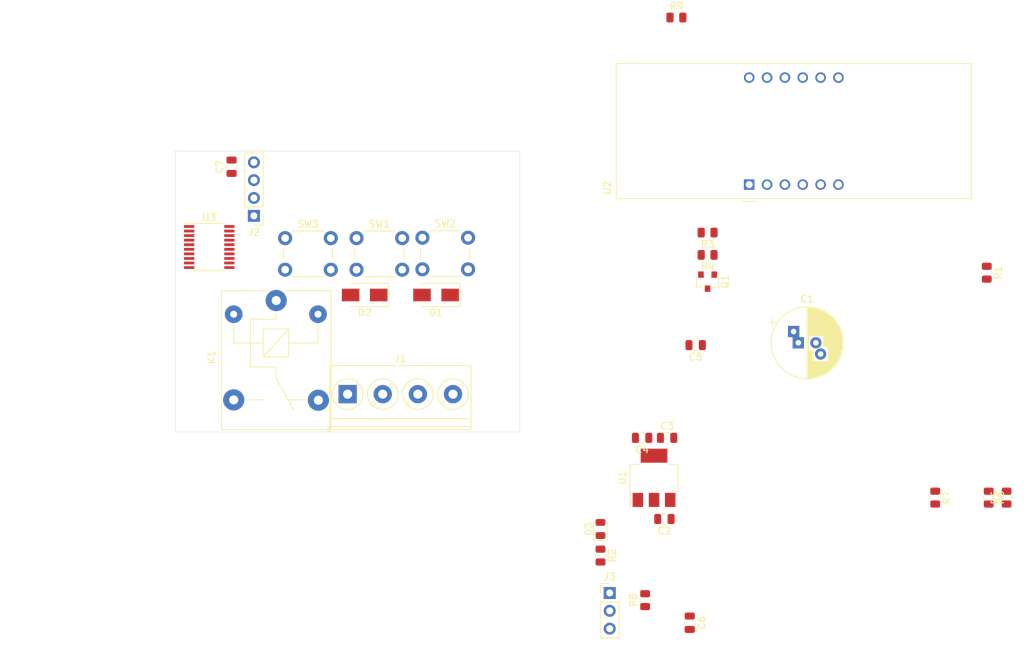
<source format=kicad_pcb>
(kicad_pcb (version 20171130) (host pcbnew "(5.1.8)-1")

  (general
    (thickness 1.6)
    (drawings 8)
    (tracks 0)
    (zones 0)
    (modules 34)
    (nets 35)
  )

  (page A4)
  (layers
    (0 F.Cu signal)
    (31 B.Cu signal)
    (32 B.Adhes user)
    (33 F.Adhes user)
    (34 B.Paste user)
    (35 F.Paste user)
    (36 B.SilkS user)
    (37 F.SilkS user)
    (38 B.Mask user)
    (39 F.Mask user)
    (40 Dwgs.User user)
    (41 Cmts.User user)
    (42 Eco1.User user)
    (43 Eco2.User user)
    (44 Edge.Cuts user)
    (45 Margin user)
    (46 B.CrtYd user)
    (47 F.CrtYd user)
    (48 B.Fab user)
    (49 F.Fab user)
  )

  (setup
    (last_trace_width 0.25)
    (trace_clearance 0.2)
    (zone_clearance 0.508)
    (zone_45_only no)
    (trace_min 0.2)
    (via_size 0.8)
    (via_drill 0.4)
    (via_min_size 0.4)
    (via_min_drill 0.3)
    (uvia_size 0.3)
    (uvia_drill 0.1)
    (uvias_allowed no)
    (uvia_min_size 0.2)
    (uvia_min_drill 0.1)
    (edge_width 0.05)
    (segment_width 0.2)
    (pcb_text_width 0.3)
    (pcb_text_size 1.5 1.5)
    (mod_edge_width 0.12)
    (mod_text_size 1 1)
    (mod_text_width 0.15)
    (pad_size 1.524 1.524)
    (pad_drill 0.762)
    (pad_to_mask_clearance 0)
    (aux_axis_origin 0 0)
    (grid_origin 74.5 70)
    (visible_elements 7FFFFFFF)
    (pcbplotparams
      (layerselection 0x010fc_ffffffff)
      (usegerberextensions false)
      (usegerberattributes true)
      (usegerberadvancedattributes true)
      (creategerberjobfile true)
      (excludeedgelayer true)
      (linewidth 0.100000)
      (plotframeref false)
      (viasonmask false)
      (mode 1)
      (useauxorigin false)
      (hpglpennumber 1)
      (hpglpenspeed 20)
      (hpglpendiameter 15.000000)
      (psnegative false)
      (psa4output false)
      (plotreference true)
      (plotvalue true)
      (plotinvisibletext false)
      (padsonsilk false)
      (subtractmaskfromsilk false)
      (outputformat 1)
      (mirror false)
      (drillshape 1)
      (scaleselection 1)
      (outputdirectory ""))
  )

  (net 0 "")
  (net 1 "Net-(D1-Pad2)")
  (net 2 "Net-(D1-Pad1)")
  (net 3 "Net-(D2-Pad2)")
  (net 4 +12V)
  (net 5 K0)
  (net 6 K1)
  (net 7 GND)
  (net 8 NRST)
  (net 9 E)
  (net 10 +5V)
  (net 11 TEMPERATURE)
  (net 12 "Net-(Q1-Pad2)")
  (net 13 +)
  (net 14 -)
  (net 15 SET)
  (net 16 DIGIT_1)
  (net 17 A)
  (net 18 F)
  (net 19 DIGIT_2)
  (net 20 DIGIT_3)
  (net 21 B)
  (net 22 "Net-(U2-Pad6)")
  (net 23 G)
  (net 24 C)
  (net 25 DP)
  (net 26 D)
  (net 27 "Net-(R5-Pad1)")
  (net 28 "Net-(R6-Pad2)")
  (net 29 RELAY)
  (net 30 "Net-(C5-Pad1)")
  (net 31 "Net-(R7-Pad2)")
  (net 32 "Net-(D3-Pad1)")
  (net 33 "Net-(J3-Pad1)")
  (net 34 "Net-(K1-Pad4)")

  (net_class Default "This is the default net class."
    (clearance 0.2)
    (trace_width 0.25)
    (via_dia 0.8)
    (via_drill 0.4)
    (uvia_dia 0.3)
    (uvia_drill 0.1)
    (add_net +)
    (add_net +12V)
    (add_net +5V)
    (add_net -)
    (add_net A)
    (add_net B)
    (add_net C)
    (add_net D)
    (add_net DIGIT_1)
    (add_net DIGIT_2)
    (add_net DIGIT_3)
    (add_net DP)
    (add_net E)
    (add_net F)
    (add_net G)
    (add_net GND)
    (add_net K0)
    (add_net K1)
    (add_net NRST)
    (add_net "Net-(C5-Pad1)")
    (add_net "Net-(D1-Pad1)")
    (add_net "Net-(D1-Pad2)")
    (add_net "Net-(D2-Pad2)")
    (add_net "Net-(D3-Pad1)")
    (add_net "Net-(J3-Pad1)")
    (add_net "Net-(K1-Pad4)")
    (add_net "Net-(Q1-Pad2)")
    (add_net "Net-(R5-Pad1)")
    (add_net "Net-(R6-Pad2)")
    (add_net "Net-(R7-Pad2)")
    (add_net "Net-(U2-Pad6)")
    (add_net RELAY)
    (add_net SET)
    (add_net TEMPERATURE)
  )

  (module Relay_THT:Relay_SPDT_SANYOU_SRD_Series_Form_C (layer F.Cu) (tedit 58FA3148) (tstamp 5FE4F449)
    (at 64.34 71.27 270)
    (descr "relay Sanyou SRD series Form C http://www.sanyourelay.ca/public/products/pdf/SRD.pdf")
    (tags "relay Sanyu SRD form C")
    (path /5FE63E7B)
    (fp_text reference K1 (at 8.1 9.2 90) (layer F.SilkS)
      (effects (font (size 1 1) (thickness 0.15)))
    )
    (fp_text value SANYOU_SRD_Form_C (at 8 -9.6 90) (layer F.Fab)
      (effects (font (size 1 1) (thickness 0.15)))
    )
    (fp_line (start 8.05 1.85) (end 4.05 1.85) (layer F.SilkS) (width 0.12))
    (fp_line (start 8.05 -1.75) (end 8.05 1.85) (layer F.SilkS) (width 0.12))
    (fp_line (start 4.05 -1.75) (end 8.05 -1.75) (layer F.SilkS) (width 0.12))
    (fp_line (start 4.05 1.85) (end 4.05 -1.75) (layer F.SilkS) (width 0.12))
    (fp_line (start 8.05 1.85) (end 4.05 -1.75) (layer F.SilkS) (width 0.12))
    (fp_line (start 6.05 1.85) (end 6.05 6.05) (layer F.SilkS) (width 0.12))
    (fp_line (start 6.05 -5.95) (end 6.05 -1.75) (layer F.SilkS) (width 0.12))
    (fp_line (start 2.65 0.05) (end 2.65 3.65) (layer F.SilkS) (width 0.12))
    (fp_line (start 9.45 0.05) (end 9.45 3.65) (layer F.SilkS) (width 0.12))
    (fp_line (start 9.45 3.65) (end 2.65 3.65) (layer F.SilkS) (width 0.12))
    (fp_line (start 10.95 0.05) (end 15.55 -2.45) (layer F.SilkS) (width 0.12))
    (fp_line (start 9.45 0.05) (end 10.95 0.05) (layer F.SilkS) (width 0.12))
    (fp_line (start 6.05 -5.95) (end 3.55 -5.95) (layer F.SilkS) (width 0.12))
    (fp_line (start 2.65 0.05) (end 1.85 0.05) (layer F.SilkS) (width 0.12))
    (fp_line (start 3.55 6.05) (end 6.05 6.05) (layer F.SilkS) (width 0.12))
    (fp_line (start 14.15 -4.2) (end 14.15 -1.7) (layer F.SilkS) (width 0.12))
    (fp_line (start 14.15 4.2) (end 14.15 1.75) (layer F.SilkS) (width 0.12))
    (fp_line (start -1.55 7.95) (end 18.55 7.95) (layer F.CrtYd) (width 0.05))
    (fp_line (start 18.55 -7.95) (end 18.55 7.95) (layer F.CrtYd) (width 0.05))
    (fp_line (start -1.55 7.95) (end -1.55 -7.95) (layer F.CrtYd) (width 0.05))
    (fp_line (start 18.55 -7.95) (end -1.55 -7.95) (layer F.CrtYd) (width 0.05))
    (fp_line (start -1.3 7.7) (end -1.3 -7.7) (layer F.Fab) (width 0.12))
    (fp_line (start 18.3 7.7) (end -1.3 7.7) (layer F.Fab) (width 0.12))
    (fp_line (start 18.3 -7.7) (end 18.3 7.7) (layer F.Fab) (width 0.12))
    (fp_line (start -1.3 -7.7) (end 18.3 -7.7) (layer F.Fab) (width 0.12))
    (fp_line (start 18.4 7.8) (end -1.4 7.8) (layer F.SilkS) (width 0.12))
    (fp_line (start 18.4 -7.8) (end 18.4 7.8) (layer F.SilkS) (width 0.12))
    (fp_line (start -1.4 -7.8) (end 18.4 -7.8) (layer F.SilkS) (width 0.12))
    (fp_line (start -1.4 -7.8) (end -1.4 -1.2) (layer F.SilkS) (width 0.12))
    (fp_line (start -1.4 1.2) (end -1.4 7.8) (layer F.SilkS) (width 0.12))
    (fp_text user %R (at 7.1 0.025 90) (layer F.Fab)
      (effects (font (size 1 1) (thickness 0.15)))
    )
    (fp_text user 1 (at 0 -2.3 90) (layer F.Fab)
      (effects (font (size 1 1) (thickness 0.15)))
    )
    (pad 1 thru_hole circle (at 0 0) (size 3 3) (drill 1.3) (layers *.Cu *.Mask)
      (net 6 K1))
    (pad 5 thru_hole circle (at 1.95 -5.95) (size 2.5 2.5) (drill 1) (layers *.Cu *.Mask)
      (net 4 +12V))
    (pad 4 thru_hole circle (at 14.2 -6) (size 3 3) (drill 1.3) (layers *.Cu *.Mask)
      (net 34 "Net-(K1-Pad4)"))
    (pad 3 thru_hole circle (at 14.15 6.05) (size 3 3) (drill 1.3) (layers *.Cu *.Mask)
      (net 5 K0))
    (pad 2 thru_hole circle (at 1.95 6.05) (size 2.5 2.5) (drill 1) (layers *.Cu *.Mask)
      (net 3 "Net-(D2-Pad2)"))
    (model ${KISYS3DMOD}/Relay_THT.3dshapes/Relay_SPDT_SANYOU_SRD_Series_Form_C.wrl
      (at (xyz 0 0 0))
      (scale (xyz 1 1 1))
      (rotate (xyz 0 0 0))
    )
  )

  (module Resistor_SMD:R_0805_2012Metric (layer F.Cu) (tedit 5F68FEEE) (tstamp 5FDD1CBA)
    (at 121.290001 30.970001)
    (descr "Resistor SMD 0805 (2012 Metric), square (rectangular) end terminal, IPC_7351 nominal, (Body size source: IPC-SM-782 page 72, https://www.pcb-3d.com/wordpress/wp-content/uploads/ipc-sm-782a_amendment_1_and_2.pdf), generated with kicad-footprint-generator")
    (tags resistor)
    (path /5FDFDAB7)
    (attr smd)
    (fp_text reference R9 (at 0 -1.65) (layer F.SilkS)
      (effects (font (size 1 1) (thickness 0.15)))
    )
    (fp_text value 0R (at 0 1.65) (layer F.Fab)
      (effects (font (size 1 1) (thickness 0.15)))
    )
    (fp_line (start -1 0.625) (end -1 -0.625) (layer F.Fab) (width 0.1))
    (fp_line (start -1 -0.625) (end 1 -0.625) (layer F.Fab) (width 0.1))
    (fp_line (start 1 -0.625) (end 1 0.625) (layer F.Fab) (width 0.1))
    (fp_line (start 1 0.625) (end -1 0.625) (layer F.Fab) (width 0.1))
    (fp_line (start -0.227064 -0.735) (end 0.227064 -0.735) (layer F.SilkS) (width 0.12))
    (fp_line (start -0.227064 0.735) (end 0.227064 0.735) (layer F.SilkS) (width 0.12))
    (fp_line (start -1.68 0.95) (end -1.68 -0.95) (layer F.CrtYd) (width 0.05))
    (fp_line (start -1.68 -0.95) (end 1.68 -0.95) (layer F.CrtYd) (width 0.05))
    (fp_line (start 1.68 -0.95) (end 1.68 0.95) (layer F.CrtYd) (width 0.05))
    (fp_line (start 1.68 0.95) (end -1.68 0.95) (layer F.CrtYd) (width 0.05))
    (fp_text user %R (at 0 0) (layer F.Fab)
      (effects (font (size 0.5 0.5) (thickness 0.08)))
    )
    (pad 2 smd roundrect (at 0.9125 0) (size 1.025 1.4) (layers F.Cu F.Paste F.Mask) (roundrect_rratio 0.243902)
      (net 33 "Net-(J3-Pad1)"))
    (pad 1 smd roundrect (at -0.9125 0) (size 1.025 1.4) (layers F.Cu F.Paste F.Mask) (roundrect_rratio 0.243902)
      (net 10 +5V))
    (model ${KISYS3DMOD}/Resistor_SMD.3dshapes/R_0805_2012Metric.wrl
      (at (xyz 0 0 0))
      (scale (xyz 1 1 1))
      (rotate (xyz 0 0 0))
    )
  )

  (module MountingHole:MountingHole_3.2mm_M3_ISO14580 (layer F.Cu) (tedit 56D1B4CB) (tstamp 5FDDAA33)
    (at 54 86)
    (descr "Mounting Hole 3.2mm, no annular, M3, ISO14580")
    (tags "mounting hole 3.2mm no annular m3 iso14580")
    (path /5FE382E1)
    (attr virtual)
    (fp_text reference H4 (at 0 -3.75) (layer F.SilkS) hide
      (effects (font (size 1 1) (thickness 0.15)))
    )
    (fp_text value M3 (at 0 3.75) (layer F.Fab)
      (effects (font (size 1 1) (thickness 0.15)))
    )
    (fp_circle (center 0 0) (end 2.75 0) (layer Cmts.User) (width 0.15))
    (fp_circle (center 0 0) (end 3 0) (layer F.CrtYd) (width 0.05))
    (fp_text user %R (at 0.3 0) (layer F.Fab)
      (effects (font (size 1 1) (thickness 0.15)))
    )
    (pad 1 np_thru_hole circle (at 0 0) (size 3.2 3.2) (drill 3.2) (layers *.Cu *.Mask))
  )

  (module MountingHole:MountingHole_3.2mm_M3_ISO14580 (layer F.Cu) (tedit 56D1B4CB) (tstamp 5FDDAA2B)
    (at 95 86)
    (descr "Mounting Hole 3.2mm, no annular, M3, ISO14580")
    (tags "mounting hole 3.2mm no annular m3 iso14580")
    (path /5FE38185)
    (attr virtual)
    (fp_text reference H3 (at 0 -3.75) (layer F.SilkS) hide
      (effects (font (size 1 1) (thickness 0.15)))
    )
    (fp_text value M3 (at 0 3.75) (layer F.Fab)
      (effects (font (size 1 1) (thickness 0.15)))
    )
    (fp_circle (center 0 0) (end 2.75 0) (layer Cmts.User) (width 0.15))
    (fp_circle (center 0 0) (end 3 0) (layer F.CrtYd) (width 0.05))
    (fp_text user %R (at 0.3 0) (layer F.Fab)
      (effects (font (size 1 1) (thickness 0.15)))
    )
    (pad 1 np_thru_hole circle (at 0 0) (size 3.2 3.2) (drill 3.2) (layers *.Cu *.Mask))
  )

  (module MountingHole:MountingHole_3.2mm_M3_ISO14580 (layer F.Cu) (tedit 56D1B4CB) (tstamp 5FDDAA23)
    (at 95 54)
    (descr "Mounting Hole 3.2mm, no annular, M3, ISO14580")
    (tags "mounting hole 3.2mm no annular m3 iso14580")
    (path /5FE37DCE)
    (attr virtual)
    (fp_text reference H2 (at 0 -3.75) (layer F.SilkS) hide
      (effects (font (size 1 1) (thickness 0.15)))
    )
    (fp_text value M3 (at 0 3.75) (layer F.Fab)
      (effects (font (size 1 1) (thickness 0.15)))
    )
    (fp_circle (center 0 0) (end 2.75 0) (layer Cmts.User) (width 0.15))
    (fp_circle (center 0 0) (end 3 0) (layer F.CrtYd) (width 0.05))
    (fp_text user %R (at 0.3 0) (layer F.Fab)
      (effects (font (size 1 1) (thickness 0.15)))
    )
    (pad 1 np_thru_hole circle (at 0 0) (size 3.2 3.2) (drill 3.2) (layers *.Cu *.Mask))
  )

  (module MountingHole:MountingHole_3.2mm_M3_ISO14580 (layer F.Cu) (tedit 56D1B4CB) (tstamp 5FDDAA1B)
    (at 54 54)
    (descr "Mounting Hole 3.2mm, no annular, M3, ISO14580")
    (tags "mounting hole 3.2mm no annular m3 iso14580")
    (path /5FE37598)
    (attr virtual)
    (fp_text reference H1 (at 0 -3.75) (layer F.SilkS) hide
      (effects (font (size 1 1) (thickness 0.15)))
    )
    (fp_text value M3 (at 0 3.75) (layer F.Fab)
      (effects (font (size 1 1) (thickness 0.15)))
    )
    (fp_circle (center 0 0) (end 2.75 0) (layer Cmts.User) (width 0.15))
    (fp_circle (center 0 0) (end 3 0) (layer F.CrtYd) (width 0.05))
    (fp_text user %R (at 0.3 0) (layer F.Fab)
      (effects (font (size 1 1) (thickness 0.15)))
    )
    (pad 1 np_thru_hole circle (at 0 0) (size 3.2 3.2) (drill 3.2) (layers *.Cu *.Mask))
  )

  (module Capacitor_THT:CP_Radial_D10.0mm_P2.50mm_P5.00mm (layer F.Cu) (tedit 5AE50EF1) (tstamp 5FDD7E08)
    (at 138.639063 77.29)
    (descr "CP, Radial series, Radial, pin pitch=2.50mm 5.00mm, , diameter=10mm, Electrolytic Capacitor")
    (tags "CP Radial series Radial pin pitch 2.50mm 5.00mm  diameter 10mm Electrolytic Capacitor")
    (path /5FDD2AA9)
    (fp_text reference C1 (at 1.25 -6.25) (layer F.SilkS)
      (effects (font (size 1 1) (thickness 0.15)))
    )
    (fp_text value CP (at 1.25 6.25) (layer F.Fab)
      (effects (font (size 1 1) (thickness 0.15)))
    )
    (fp_line (start -3.729646 -3.375) (end -3.729646 -2.375) (layer F.SilkS) (width 0.12))
    (fp_line (start -4.229646 -2.875) (end -3.229646 -2.875) (layer F.SilkS) (width 0.12))
    (fp_line (start 6.331 -0.599) (end 6.331 0.599) (layer F.SilkS) (width 0.12))
    (fp_line (start 6.291 -0.862) (end 6.291 0.862) (layer F.SilkS) (width 0.12))
    (fp_line (start 6.251 -1.062) (end 6.251 1.062) (layer F.SilkS) (width 0.12))
    (fp_line (start 6.211 -1.23) (end 6.211 1.23) (layer F.SilkS) (width 0.12))
    (fp_line (start 6.171 -1.378) (end 6.171 1.378) (layer F.SilkS) (width 0.12))
    (fp_line (start 6.131 -1.51) (end 6.131 1.51) (layer F.SilkS) (width 0.12))
    (fp_line (start 6.091 -1.63) (end 6.091 1.63) (layer F.SilkS) (width 0.12))
    (fp_line (start 6.051 -1.742) (end 6.051 1.742) (layer F.SilkS) (width 0.12))
    (fp_line (start 6.011 -1.846) (end 6.011 1.846) (layer F.SilkS) (width 0.12))
    (fp_line (start 5.971 -1.944) (end 5.971 1.944) (layer F.SilkS) (width 0.12))
    (fp_line (start 5.931 -2.037) (end 5.931 2.037) (layer F.SilkS) (width 0.12))
    (fp_line (start 5.891 -2.125) (end 5.891 2.125) (layer F.SilkS) (width 0.12))
    (fp_line (start 5.851 -2.209) (end 5.851 2.209) (layer F.SilkS) (width 0.12))
    (fp_line (start 5.811 -2.289) (end 5.811 2.289) (layer F.SilkS) (width 0.12))
    (fp_line (start 5.771 -2.365) (end 5.771 2.365) (layer F.SilkS) (width 0.12))
    (fp_line (start 5.731 -2.439) (end 5.731 2.439) (layer F.SilkS) (width 0.12))
    (fp_line (start 5.691 -2.51) (end 5.691 2.51) (layer F.SilkS) (width 0.12))
    (fp_line (start 5.651 -2.579) (end 5.651 2.579) (layer F.SilkS) (width 0.12))
    (fp_line (start 5.611 -2.645) (end 5.611 2.645) (layer F.SilkS) (width 0.12))
    (fp_line (start 5.571 -2.709) (end 5.571 2.709) (layer F.SilkS) (width 0.12))
    (fp_line (start 5.531 -2.77) (end 5.531 2.77) (layer F.SilkS) (width 0.12))
    (fp_line (start 5.491 -2.83) (end 5.491 2.83) (layer F.SilkS) (width 0.12))
    (fp_line (start 5.451 -2.889) (end 5.451 2.889) (layer F.SilkS) (width 0.12))
    (fp_line (start 5.411 -2.945) (end 5.411 2.945) (layer F.SilkS) (width 0.12))
    (fp_line (start 5.371 -3) (end 5.371 3) (layer F.SilkS) (width 0.12))
    (fp_line (start 5.331 -3.054) (end 5.331 3.054) (layer F.SilkS) (width 0.12))
    (fp_line (start 5.291 -3.106) (end 5.291 3.106) (layer F.SilkS) (width 0.12))
    (fp_line (start 5.251 -3.156) (end 5.251 3.156) (layer F.SilkS) (width 0.12))
    (fp_line (start 5.211 -3.206) (end 5.211 3.206) (layer F.SilkS) (width 0.12))
    (fp_line (start 5.171 -3.254) (end 5.171 3.254) (layer F.SilkS) (width 0.12))
    (fp_line (start 5.131 -3.301) (end 5.131 3.301) (layer F.SilkS) (width 0.12))
    (fp_line (start 5.091 -3.347) (end 5.091 3.347) (layer F.SilkS) (width 0.12))
    (fp_line (start 5.051 -3.392) (end 5.051 3.392) (layer F.SilkS) (width 0.12))
    (fp_line (start 5.011 -3.436) (end 5.011 3.436) (layer F.SilkS) (width 0.12))
    (fp_line (start 4.971 -3.478) (end 4.971 3.478) (layer F.SilkS) (width 0.12))
    (fp_line (start 4.931 -3.52) (end 4.931 3.52) (layer F.SilkS) (width 0.12))
    (fp_line (start 4.891 -3.561) (end 4.891 3.561) (layer F.SilkS) (width 0.12))
    (fp_line (start 4.851 -3.601) (end 4.851 3.601) (layer F.SilkS) (width 0.12))
    (fp_line (start 4.811 -3.64) (end 4.811 3.64) (layer F.SilkS) (width 0.12))
    (fp_line (start 4.771 -3.679) (end 4.771 3.679) (layer F.SilkS) (width 0.12))
    (fp_line (start 4.731 -3.716) (end 4.731 3.716) (layer F.SilkS) (width 0.12))
    (fp_line (start 4.691 -3.753) (end 4.691 3.753) (layer F.SilkS) (width 0.12))
    (fp_line (start 4.651 -3.789) (end 4.651 3.789) (layer F.SilkS) (width 0.12))
    (fp_line (start 4.611 -3.824) (end 4.611 3.824) (layer F.SilkS) (width 0.12))
    (fp_line (start 4.571 -3.858) (end 4.571 3.858) (layer F.SilkS) (width 0.12))
    (fp_line (start 4.531 -3.892) (end 4.531 3.892) (layer F.SilkS) (width 0.12))
    (fp_line (start 4.491 -3.925) (end 4.491 3.925) (layer F.SilkS) (width 0.12))
    (fp_line (start 4.451 -3.957) (end 4.451 3.957) (layer F.SilkS) (width 0.12))
    (fp_line (start 4.411 -3.989) (end 4.411 3.989) (layer F.SilkS) (width 0.12))
    (fp_line (start 4.371 -4.02) (end 4.371 4.02) (layer F.SilkS) (width 0.12))
    (fp_line (start 4.331 -4.05) (end 4.331 4.05) (layer F.SilkS) (width 0.12))
    (fp_line (start 4.291 -4.08) (end 4.291 4.08) (layer F.SilkS) (width 0.12))
    (fp_line (start 4.251 -4.11) (end 4.251 4.11) (layer F.SilkS) (width 0.12))
    (fp_line (start 4.211 2.64) (end 4.211 4.138) (layer F.SilkS) (width 0.12))
    (fp_line (start 4.211 -4.138) (end 4.211 0.56) (layer F.SilkS) (width 0.12))
    (fp_line (start 4.171 2.64) (end 4.171 4.166) (layer F.SilkS) (width 0.12))
    (fp_line (start 4.171 -4.166) (end 4.171 0.56) (layer F.SilkS) (width 0.12))
    (fp_line (start 4.131 2.64) (end 4.131 4.194) (layer F.SilkS) (width 0.12))
    (fp_line (start 4.131 -4.194) (end 4.131 0.56) (layer F.SilkS) (width 0.12))
    (fp_line (start 4.091 2.64) (end 4.091 4.221) (layer F.SilkS) (width 0.12))
    (fp_line (start 4.091 -4.221) (end 4.091 0.56) (layer F.SilkS) (width 0.12))
    (fp_line (start 4.051 2.64) (end 4.051 4.247) (layer F.SilkS) (width 0.12))
    (fp_line (start 4.051 -4.247) (end 4.051 0.56) (layer F.SilkS) (width 0.12))
    (fp_line (start 4.011 2.64) (end 4.011 4.273) (layer F.SilkS) (width 0.12))
    (fp_line (start 4.011 -4.273) (end 4.011 0.56) (layer F.SilkS) (width 0.12))
    (fp_line (start 3.971 2.64) (end 3.971 4.298) (layer F.SilkS) (width 0.12))
    (fp_line (start 3.971 -4.298) (end 3.971 0.56) (layer F.SilkS) (width 0.12))
    (fp_line (start 3.931 2.64) (end 3.931 4.323) (layer F.SilkS) (width 0.12))
    (fp_line (start 3.931 -4.323) (end 3.931 0.56) (layer F.SilkS) (width 0.12))
    (fp_line (start 3.891 2.64) (end 3.891 4.347) (layer F.SilkS) (width 0.12))
    (fp_line (start 3.891 -4.347) (end 3.891 0.56) (layer F.SilkS) (width 0.12))
    (fp_line (start 3.851 2.64) (end 3.851 4.371) (layer F.SilkS) (width 0.12))
    (fp_line (start 3.851 -4.371) (end 3.851 0.56) (layer F.SilkS) (width 0.12))
    (fp_line (start 3.811 2.64) (end 3.811 4.395) (layer F.SilkS) (width 0.12))
    (fp_line (start 3.811 -4.395) (end 3.811 0.56) (layer F.SilkS) (width 0.12))
    (fp_line (start 3.771 2.64) (end 3.771 4.417) (layer F.SilkS) (width 0.12))
    (fp_line (start 3.771 -4.417) (end 3.771 0.56) (layer F.SilkS) (width 0.12))
    (fp_line (start 3.731 2.64) (end 3.731 4.44) (layer F.SilkS) (width 0.12))
    (fp_line (start 3.731 -4.44) (end 3.731 0.56) (layer F.SilkS) (width 0.12))
    (fp_line (start 3.691 2.64) (end 3.691 4.462) (layer F.SilkS) (width 0.12))
    (fp_line (start 3.691 -4.462) (end 3.691 0.56) (layer F.SilkS) (width 0.12))
    (fp_line (start 3.651 2.64) (end 3.651 4.483) (layer F.SilkS) (width 0.12))
    (fp_line (start 3.651 -4.483) (end 3.651 0.56) (layer F.SilkS) (width 0.12))
    (fp_line (start 3.611 2.64) (end 3.611 4.504) (layer F.SilkS) (width 0.12))
    (fp_line (start 3.611 -4.504) (end 3.611 0.56) (layer F.SilkS) (width 0.12))
    (fp_line (start 3.571 2.64) (end 3.571 4.525) (layer F.SilkS) (width 0.12))
    (fp_line (start 3.571 -4.525) (end 3.571 0.56) (layer F.SilkS) (width 0.12))
    (fp_line (start 3.531 2.64) (end 3.531 4.545) (layer F.SilkS) (width 0.12))
    (fp_line (start 3.531 -4.545) (end 3.531 -1.04) (layer F.SilkS) (width 0.12))
    (fp_line (start 3.491 2.64) (end 3.491 4.564) (layer F.SilkS) (width 0.12))
    (fp_line (start 3.491 -4.564) (end 3.491 -1.04) (layer F.SilkS) (width 0.12))
    (fp_line (start 3.451 2.64) (end 3.451 4.584) (layer F.SilkS) (width 0.12))
    (fp_line (start 3.451 -4.584) (end 3.451 -1.04) (layer F.SilkS) (width 0.12))
    (fp_line (start 3.411 2.64) (end 3.411 4.603) (layer F.SilkS) (width 0.12))
    (fp_line (start 3.411 -4.603) (end 3.411 -1.04) (layer F.SilkS) (width 0.12))
    (fp_line (start 3.371 2.64) (end 3.371 4.621) (layer F.SilkS) (width 0.12))
    (fp_line (start 3.371 -4.621) (end 3.371 -1.04) (layer F.SilkS) (width 0.12))
    (fp_line (start 3.331 2.64) (end 3.331 4.639) (layer F.SilkS) (width 0.12))
    (fp_line (start 3.331 -4.639) (end 3.331 -1.04) (layer F.SilkS) (width 0.12))
    (fp_line (start 3.291 2.64) (end 3.291 4.657) (layer F.SilkS) (width 0.12))
    (fp_line (start 3.291 -4.657) (end 3.291 -1.04) (layer F.SilkS) (width 0.12))
    (fp_line (start 3.251 2.64) (end 3.251 4.674) (layer F.SilkS) (width 0.12))
    (fp_line (start 3.251 -4.674) (end 3.251 -1.04) (layer F.SilkS) (width 0.12))
    (fp_line (start 3.211 2.64) (end 3.211 4.69) (layer F.SilkS) (width 0.12))
    (fp_line (start 3.211 -4.69) (end 3.211 -1.04) (layer F.SilkS) (width 0.12))
    (fp_line (start 3.171 2.64) (end 3.171 4.707) (layer F.SilkS) (width 0.12))
    (fp_line (start 3.171 -4.707) (end 3.171 -1.04) (layer F.SilkS) (width 0.12))
    (fp_line (start 3.131 2.64) (end 3.131 4.723) (layer F.SilkS) (width 0.12))
    (fp_line (start 3.131 -4.723) (end 3.131 -1.04) (layer F.SilkS) (width 0.12))
    (fp_line (start 3.091 2.64) (end 3.091 4.738) (layer F.SilkS) (width 0.12))
    (fp_line (start 3.091 -4.738) (end 3.091 -1.04) (layer F.SilkS) (width 0.12))
    (fp_line (start 3.051 2.64) (end 3.051 4.754) (layer F.SilkS) (width 0.12))
    (fp_line (start 3.051 -4.754) (end 3.051 -1.04) (layer F.SilkS) (width 0.12))
    (fp_line (start 3.011 2.64) (end 3.011 4.768) (layer F.SilkS) (width 0.12))
    (fp_line (start 3.011 -4.768) (end 3.011 -1.04) (layer F.SilkS) (width 0.12))
    (fp_line (start 2.971 2.64) (end 2.971 4.783) (layer F.SilkS) (width 0.12))
    (fp_line (start 2.971 -4.783) (end 2.971 -1.04) (layer F.SilkS) (width 0.12))
    (fp_line (start 2.931 2.64) (end 2.931 4.797) (layer F.SilkS) (width 0.12))
    (fp_line (start 2.931 -4.797) (end 2.931 -1.04) (layer F.SilkS) (width 0.12))
    (fp_line (start 2.891 2.64) (end 2.891 4.811) (layer F.SilkS) (width 0.12))
    (fp_line (start 2.891 -4.811) (end 2.891 -1.04) (layer F.SilkS) (width 0.12))
    (fp_line (start 2.851 2.64) (end 2.851 4.824) (layer F.SilkS) (width 0.12))
    (fp_line (start 2.851 -4.824) (end 2.851 -1.04) (layer F.SilkS) (width 0.12))
    (fp_line (start 2.811 2.64) (end 2.811 4.837) (layer F.SilkS) (width 0.12))
    (fp_line (start 2.811 -4.837) (end 2.811 -1.04) (layer F.SilkS) (width 0.12))
    (fp_line (start 2.771 2.64) (end 2.771 4.85) (layer F.SilkS) (width 0.12))
    (fp_line (start 2.771 -4.85) (end 2.771 -1.04) (layer F.SilkS) (width 0.12))
    (fp_line (start 2.731 2.64) (end 2.731 4.862) (layer F.SilkS) (width 0.12))
    (fp_line (start 2.731 -4.862) (end 2.731 -1.04) (layer F.SilkS) (width 0.12))
    (fp_line (start 2.691 2.64) (end 2.691 4.874) (layer F.SilkS) (width 0.12))
    (fp_line (start 2.691 -4.874) (end 2.691 -1.04) (layer F.SilkS) (width 0.12))
    (fp_line (start 2.651 2.64) (end 2.651 4.885) (layer F.SilkS) (width 0.12))
    (fp_line (start 2.651 -4.885) (end 2.651 -1.04) (layer F.SilkS) (width 0.12))
    (fp_line (start 2.611 2.64) (end 2.611 4.897) (layer F.SilkS) (width 0.12))
    (fp_line (start 2.611 -4.897) (end 2.611 -1.04) (layer F.SilkS) (width 0.12))
    (fp_line (start 2.571 2.64) (end 2.571 4.907) (layer F.SilkS) (width 0.12))
    (fp_line (start 2.571 -4.907) (end 2.571 -1.04) (layer F.SilkS) (width 0.12))
    (fp_line (start 2.531 2.64) (end 2.531 4.918) (layer F.SilkS) (width 0.12))
    (fp_line (start 2.531 -4.918) (end 2.531 -1.04) (layer F.SilkS) (width 0.12))
    (fp_line (start 2.491 2.64) (end 2.491 4.928) (layer F.SilkS) (width 0.12))
    (fp_line (start 2.491 -4.928) (end 2.491 -1.04) (layer F.SilkS) (width 0.12))
    (fp_line (start 2.451 2.64) (end 2.451 4.938) (layer F.SilkS) (width 0.12))
    (fp_line (start 2.451 -4.938) (end 2.451 -1.04) (layer F.SilkS) (width 0.12))
    (fp_line (start 2.411 2.64) (end 2.411 4.947) (layer F.SilkS) (width 0.12))
    (fp_line (start 2.411 -4.947) (end 2.411 -1.04) (layer F.SilkS) (width 0.12))
    (fp_line (start 2.371 2.64) (end 2.371 4.956) (layer F.SilkS) (width 0.12))
    (fp_line (start 2.371 -4.956) (end 2.371 -1.04) (layer F.SilkS) (width 0.12))
    (fp_line (start 2.331 2.64) (end 2.331 4.965) (layer F.SilkS) (width 0.12))
    (fp_line (start 2.331 -4.965) (end 2.331 -1.04) (layer F.SilkS) (width 0.12))
    (fp_line (start 2.291 2.64) (end 2.291 4.974) (layer F.SilkS) (width 0.12))
    (fp_line (start 2.291 -4.974) (end 2.291 -1.04) (layer F.SilkS) (width 0.12))
    (fp_line (start 2.251 2.64) (end 2.251 4.982) (layer F.SilkS) (width 0.12))
    (fp_line (start 2.251 -4.982) (end 2.251 -1.04) (layer F.SilkS) (width 0.12))
    (fp_line (start 2.211 2.64) (end 2.211 4.99) (layer F.SilkS) (width 0.12))
    (fp_line (start 2.211 -4.99) (end 2.211 -1.04) (layer F.SilkS) (width 0.12))
    (fp_line (start 2.171 2.64) (end 2.171 4.997) (layer F.SilkS) (width 0.12))
    (fp_line (start 2.171 -4.997) (end 2.171 -1.04) (layer F.SilkS) (width 0.12))
    (fp_line (start 2.131 1.04) (end 2.131 5.004) (layer F.SilkS) (width 0.12))
    (fp_line (start 2.131 -5.004) (end 2.131 -1.04) (layer F.SilkS) (width 0.12))
    (fp_line (start 2.091 1.04) (end 2.091 5.011) (layer F.SilkS) (width 0.12))
    (fp_line (start 2.091 -5.011) (end 2.091 -1.04) (layer F.SilkS) (width 0.12))
    (fp_line (start 2.051 1.04) (end 2.051 5.018) (layer F.SilkS) (width 0.12))
    (fp_line (start 2.051 -5.018) (end 2.051 -1.04) (layer F.SilkS) (width 0.12))
    (fp_line (start 2.011 1.04) (end 2.011 5.024) (layer F.SilkS) (width 0.12))
    (fp_line (start 2.011 -5.024) (end 2.011 -1.04) (layer F.SilkS) (width 0.12))
    (fp_line (start 1.971 1.04) (end 1.971 5.03) (layer F.SilkS) (width 0.12))
    (fp_line (start 1.971 -5.03) (end 1.971 -1.04) (layer F.SilkS) (width 0.12))
    (fp_line (start 1.93 1.04) (end 1.93 5.035) (layer F.SilkS) (width 0.12))
    (fp_line (start 1.93 -5.035) (end 1.93 -1.04) (layer F.SilkS) (width 0.12))
    (fp_line (start 1.89 1.04) (end 1.89 5.04) (layer F.SilkS) (width 0.12))
    (fp_line (start 1.89 -5.04) (end 1.89 -1.04) (layer F.SilkS) (width 0.12))
    (fp_line (start 1.85 1.04) (end 1.85 5.045) (layer F.SilkS) (width 0.12))
    (fp_line (start 1.85 -5.045) (end 1.85 -1.04) (layer F.SilkS) (width 0.12))
    (fp_line (start 1.81 1.04) (end 1.81 5.05) (layer F.SilkS) (width 0.12))
    (fp_line (start 1.81 -5.05) (end 1.81 -1.04) (layer F.SilkS) (width 0.12))
    (fp_line (start 1.77 1.04) (end 1.77 5.054) (layer F.SilkS) (width 0.12))
    (fp_line (start 1.77 -5.054) (end 1.77 -1.04) (layer F.SilkS) (width 0.12))
    (fp_line (start 1.73 1.04) (end 1.73 5.058) (layer F.SilkS) (width 0.12))
    (fp_line (start 1.73 -5.058) (end 1.73 -1.04) (layer F.SilkS) (width 0.12))
    (fp_line (start 1.69 1.04) (end 1.69 5.062) (layer F.SilkS) (width 0.12))
    (fp_line (start 1.69 -5.062) (end 1.69 -1.04) (layer F.SilkS) (width 0.12))
    (fp_line (start 1.65 1.04) (end 1.65 5.065) (layer F.SilkS) (width 0.12))
    (fp_line (start 1.65 -5.065) (end 1.65 -1.04) (layer F.SilkS) (width 0.12))
    (fp_line (start 1.61 1.04) (end 1.61 5.068) (layer F.SilkS) (width 0.12))
    (fp_line (start 1.61 -5.068) (end 1.61 -1.04) (layer F.SilkS) (width 0.12))
    (fp_line (start 1.57 1.04) (end 1.57 5.07) (layer F.SilkS) (width 0.12))
    (fp_line (start 1.57 -5.07) (end 1.57 -1.04) (layer F.SilkS) (width 0.12))
    (fp_line (start 1.53 1.04) (end 1.53 5.073) (layer F.SilkS) (width 0.12))
    (fp_line (start 1.53 -5.073) (end 1.53 -1.04) (layer F.SilkS) (width 0.12))
    (fp_line (start 1.49 1.04) (end 1.49 5.075) (layer F.SilkS) (width 0.12))
    (fp_line (start 1.49 -5.075) (end 1.49 -1.04) (layer F.SilkS) (width 0.12))
    (fp_line (start 1.45 -5.077) (end 1.45 5.077) (layer F.SilkS) (width 0.12))
    (fp_line (start 1.41 -5.078) (end 1.41 5.078) (layer F.SilkS) (width 0.12))
    (fp_line (start 1.37 -5.079) (end 1.37 5.079) (layer F.SilkS) (width 0.12))
    (fp_line (start 1.33 -5.08) (end 1.33 5.08) (layer F.SilkS) (width 0.12))
    (fp_line (start 1.29 -5.08) (end 1.29 5.08) (layer F.SilkS) (width 0.12))
    (fp_line (start 1.25 -5.08) (end 1.25 5.08) (layer F.SilkS) (width 0.12))
    (fp_line (start -2.538861 -2.6875) (end -2.538861 -1.6875) (layer F.Fab) (width 0.1))
    (fp_line (start -3.038861 -2.1875) (end -2.038861 -2.1875) (layer F.Fab) (width 0.1))
    (fp_circle (center 1.25 0) (end 6.5 0) (layer F.CrtYd) (width 0.05))
    (fp_circle (center 1.25 0) (end 6.37 0) (layer F.SilkS) (width 0.12))
    (fp_circle (center 1.25 0) (end 6.25 0) (layer F.Fab) (width 0.1))
    (fp_text user %R (at 1.25 0) (layer F.Fab)
      (effects (font (size 1 1) (thickness 0.15)))
    )
    (pad 2 thru_hole circle (at 3.170937 1.6) (size 1.6 1.6) (drill 0.8) (layers *.Cu *.Mask)
      (net 7 GND))
    (pad 1 thru_hole rect (at -0.670937 -1.6) (size 1.6 1.6) (drill 0.8) (layers *.Cu *.Mask)
      (net 4 +12V))
    (pad 2 thru_hole circle (at 2.5 0) (size 1.6 1.6) (drill 0.8) (layers *.Cu *.Mask)
      (net 7 GND))
    (pad 1 thru_hole rect (at 0 0) (size 1.6 1.6) (drill 0.8) (layers *.Cu *.Mask)
      (net 4 +12V))
    (model ${KISYS3DMOD}/Capacitor_THT.3dshapes/CP_Radial_D10.0mm_P2.50mm_P5.00mm.wrl
      (at (xyz 0 0 0))
      (scale (xyz 1 1 1))
      (rotate (xyz 0 0 0))
    )
  )

  (module Resistor_SMD:R_0805_2012Metric (layer F.Cu) (tedit 5F68FEEE) (tstamp 5FDD6CDB)
    (at 116.84 113.9425 90)
    (descr "Resistor SMD 0805 (2012 Metric), square (rectangular) end terminal, IPC_7351 nominal, (Body size source: IPC-SM-782 page 72, https://www.pcb-3d.com/wordpress/wp-content/uploads/ipc-sm-782a_amendment_1_and_2.pdf), generated with kicad-footprint-generator")
    (tags resistor)
    (path /5FDFBAA8)
    (attr smd)
    (fp_text reference R8 (at 0 -1.65 90) (layer F.SilkS)
      (effects (font (size 1 1) (thickness 0.15)))
    )
    (fp_text value 20K (at 0 1.65 90) (layer F.Fab)
      (effects (font (size 1 1) (thickness 0.15)))
    )
    (fp_line (start -1 0.625) (end -1 -0.625) (layer F.Fab) (width 0.1))
    (fp_line (start -1 -0.625) (end 1 -0.625) (layer F.Fab) (width 0.1))
    (fp_line (start 1 -0.625) (end 1 0.625) (layer F.Fab) (width 0.1))
    (fp_line (start 1 0.625) (end -1 0.625) (layer F.Fab) (width 0.1))
    (fp_line (start -0.227064 -0.735) (end 0.227064 -0.735) (layer F.SilkS) (width 0.12))
    (fp_line (start -0.227064 0.735) (end 0.227064 0.735) (layer F.SilkS) (width 0.12))
    (fp_line (start -1.68 0.95) (end -1.68 -0.95) (layer F.CrtYd) (width 0.05))
    (fp_line (start -1.68 -0.95) (end 1.68 -0.95) (layer F.CrtYd) (width 0.05))
    (fp_line (start 1.68 -0.95) (end 1.68 0.95) (layer F.CrtYd) (width 0.05))
    (fp_line (start 1.68 0.95) (end -1.68 0.95) (layer F.CrtYd) (width 0.05))
    (fp_text user %R (at 0 0 90) (layer F.Fab)
      (effects (font (size 0.5 0.5) (thickness 0.08)))
    )
    (pad 2 smd roundrect (at 0.9125 0 90) (size 1.025 1.4) (layers F.Cu F.Paste F.Mask) (roundrect_rratio 0.243902)
      (net 11 TEMPERATURE))
    (pad 1 smd roundrect (at -0.9125 0 90) (size 1.025 1.4) (layers F.Cu F.Paste F.Mask) (roundrect_rratio 0.243902)
      (net 10 +5V))
    (model ${KISYS3DMOD}/Resistor_SMD.3dshapes/R_0805_2012Metric.wrl
      (at (xyz 0 0 0))
      (scale (xyz 1 1 1))
      (rotate (xyz 0 0 0))
    )
  )

  (module Resistor_SMD:R_0805_2012Metric (layer F.Cu) (tedit 5F68FEEE) (tstamp 5FDD6CCA)
    (at 158.115 99.3375 270)
    (descr "Resistor SMD 0805 (2012 Metric), square (rectangular) end terminal, IPC_7351 nominal, (Body size source: IPC-SM-782 page 72, https://www.pcb-3d.com/wordpress/wp-content/uploads/ipc-sm-782a_amendment_1_and_2.pdf), generated with kicad-footprint-generator")
    (tags resistor)
    (path /5FE0D7A2)
    (attr smd)
    (fp_text reference R7 (at 0 -1.65 90) (layer F.SilkS)
      (effects (font (size 1 1) (thickness 0.15)))
    )
    (fp_text value 200R (at 0 1.65 90) (layer F.Fab)
      (effects (font (size 1 1) (thickness 0.15)))
    )
    (fp_line (start -1 0.625) (end -1 -0.625) (layer F.Fab) (width 0.1))
    (fp_line (start -1 -0.625) (end 1 -0.625) (layer F.Fab) (width 0.1))
    (fp_line (start 1 -0.625) (end 1 0.625) (layer F.Fab) (width 0.1))
    (fp_line (start 1 0.625) (end -1 0.625) (layer F.Fab) (width 0.1))
    (fp_line (start -0.227064 -0.735) (end 0.227064 -0.735) (layer F.SilkS) (width 0.12))
    (fp_line (start -0.227064 0.735) (end 0.227064 0.735) (layer F.SilkS) (width 0.12))
    (fp_line (start -1.68 0.95) (end -1.68 -0.95) (layer F.CrtYd) (width 0.05))
    (fp_line (start -1.68 -0.95) (end 1.68 -0.95) (layer F.CrtYd) (width 0.05))
    (fp_line (start 1.68 -0.95) (end 1.68 0.95) (layer F.CrtYd) (width 0.05))
    (fp_line (start 1.68 0.95) (end -1.68 0.95) (layer F.CrtYd) (width 0.05))
    (fp_text user %R (at 0 0 90) (layer F.Fab)
      (effects (font (size 0.5 0.5) (thickness 0.08)))
    )
    (pad 2 smd roundrect (at 0.9125 0 270) (size 1.025 1.4) (layers F.Cu F.Paste F.Mask) (roundrect_rratio 0.243902)
      (net 31 "Net-(R7-Pad2)"))
    (pad 1 smd roundrect (at -0.9125 0 270) (size 1.025 1.4) (layers F.Cu F.Paste F.Mask) (roundrect_rratio 0.243902)
      (net 16 DIGIT_1))
    (model ${KISYS3DMOD}/Resistor_SMD.3dshapes/R_0805_2012Metric.wrl
      (at (xyz 0 0 0))
      (scale (xyz 1 1 1))
      (rotate (xyz 0 0 0))
    )
  )

  (module Resistor_SMD:R_0805_2012Metric (layer F.Cu) (tedit 5F68FEEE) (tstamp 5FDD6CB9)
    (at 165.735 99.3375 270)
    (descr "Resistor SMD 0805 (2012 Metric), square (rectangular) end terminal, IPC_7351 nominal, (Body size source: IPC-SM-782 page 72, https://www.pcb-3d.com/wordpress/wp-content/uploads/ipc-sm-782a_amendment_1_and_2.pdf), generated with kicad-footprint-generator")
    (tags resistor)
    (path /5FE0DBB1)
    (attr smd)
    (fp_text reference R6 (at 0 -1.65 90) (layer F.SilkS)
      (effects (font (size 1 1) (thickness 0.15)))
    )
    (fp_text value 200R (at 0 1.65 90) (layer F.Fab)
      (effects (font (size 1 1) (thickness 0.15)))
    )
    (fp_line (start -1 0.625) (end -1 -0.625) (layer F.Fab) (width 0.1))
    (fp_line (start -1 -0.625) (end 1 -0.625) (layer F.Fab) (width 0.1))
    (fp_line (start 1 -0.625) (end 1 0.625) (layer F.Fab) (width 0.1))
    (fp_line (start 1 0.625) (end -1 0.625) (layer F.Fab) (width 0.1))
    (fp_line (start -0.227064 -0.735) (end 0.227064 -0.735) (layer F.SilkS) (width 0.12))
    (fp_line (start -0.227064 0.735) (end 0.227064 0.735) (layer F.SilkS) (width 0.12))
    (fp_line (start -1.68 0.95) (end -1.68 -0.95) (layer F.CrtYd) (width 0.05))
    (fp_line (start -1.68 -0.95) (end 1.68 -0.95) (layer F.CrtYd) (width 0.05))
    (fp_line (start 1.68 -0.95) (end 1.68 0.95) (layer F.CrtYd) (width 0.05))
    (fp_line (start 1.68 0.95) (end -1.68 0.95) (layer F.CrtYd) (width 0.05))
    (fp_text user %R (at 0 0 90) (layer F.Fab)
      (effects (font (size 0.5 0.5) (thickness 0.08)))
    )
    (pad 2 smd roundrect (at 0.9125 0 270) (size 1.025 1.4) (layers F.Cu F.Paste F.Mask) (roundrect_rratio 0.243902)
      (net 28 "Net-(R6-Pad2)"))
    (pad 1 smd roundrect (at -0.9125 0 270) (size 1.025 1.4) (layers F.Cu F.Paste F.Mask) (roundrect_rratio 0.243902)
      (net 19 DIGIT_2))
    (model ${KISYS3DMOD}/Resistor_SMD.3dshapes/R_0805_2012Metric.wrl
      (at (xyz 0 0 0))
      (scale (xyz 1 1 1))
      (rotate (xyz 0 0 0))
    )
  )

  (module Resistor_SMD:R_0805_2012Metric (layer F.Cu) (tedit 5F68FEEE) (tstamp 5FDD6CA8)
    (at 168.275 99.3375 90)
    (descr "Resistor SMD 0805 (2012 Metric), square (rectangular) end terminal, IPC_7351 nominal, (Body size source: IPC-SM-782 page 72, https://www.pcb-3d.com/wordpress/wp-content/uploads/ipc-sm-782a_amendment_1_and_2.pdf), generated with kicad-footprint-generator")
    (tags resistor)
    (path /5FE0C2A7)
    (attr smd)
    (fp_text reference R5 (at 0 -1.65 90) (layer F.SilkS)
      (effects (font (size 1 1) (thickness 0.15)))
    )
    (fp_text value 200R (at 0 1.65 90) (layer F.Fab)
      (effects (font (size 1 1) (thickness 0.15)))
    )
    (fp_line (start -1 0.625) (end -1 -0.625) (layer F.Fab) (width 0.1))
    (fp_line (start -1 -0.625) (end 1 -0.625) (layer F.Fab) (width 0.1))
    (fp_line (start 1 -0.625) (end 1 0.625) (layer F.Fab) (width 0.1))
    (fp_line (start 1 0.625) (end -1 0.625) (layer F.Fab) (width 0.1))
    (fp_line (start -0.227064 -0.735) (end 0.227064 -0.735) (layer F.SilkS) (width 0.12))
    (fp_line (start -0.227064 0.735) (end 0.227064 0.735) (layer F.SilkS) (width 0.12))
    (fp_line (start -1.68 0.95) (end -1.68 -0.95) (layer F.CrtYd) (width 0.05))
    (fp_line (start -1.68 -0.95) (end 1.68 -0.95) (layer F.CrtYd) (width 0.05))
    (fp_line (start 1.68 -0.95) (end 1.68 0.95) (layer F.CrtYd) (width 0.05))
    (fp_line (start 1.68 0.95) (end -1.68 0.95) (layer F.CrtYd) (width 0.05))
    (fp_text user %R (at 0 0 90) (layer F.Fab)
      (effects (font (size 0.5 0.5) (thickness 0.08)))
    )
    (pad 2 smd roundrect (at 0.9125 0 90) (size 1.025 1.4) (layers F.Cu F.Paste F.Mask) (roundrect_rratio 0.243902)
      (net 20 DIGIT_3))
    (pad 1 smd roundrect (at -0.9125 0 90) (size 1.025 1.4) (layers F.Cu F.Paste F.Mask) (roundrect_rratio 0.243902)
      (net 27 "Net-(R5-Pad1)"))
    (model ${KISYS3DMOD}/Resistor_SMD.3dshapes/R_0805_2012Metric.wrl
      (at (xyz 0 0 0))
      (scale (xyz 1 1 1))
      (rotate (xyz 0 0 0))
    )
  )

  (module Resistor_SMD:R_0805_2012Metric (layer F.Cu) (tedit 5F68FEEE) (tstamp 5FDD6C97)
    (at 125.73 64.77 180)
    (descr "Resistor SMD 0805 (2012 Metric), square (rectangular) end terminal, IPC_7351 nominal, (Body size source: IPC-SM-782 page 72, https://www.pcb-3d.com/wordpress/wp-content/uploads/ipc-sm-782a_amendment_1_and_2.pdf), generated with kicad-footprint-generator")
    (tags resistor)
    (path /5FE2201B)
    (attr smd)
    (fp_text reference R4 (at 0 -1.65) (layer F.SilkS)
      (effects (font (size 1 1) (thickness 0.15)))
    )
    (fp_text value 10K (at 0 1.65) (layer F.Fab)
      (effects (font (size 1 1) (thickness 0.15)))
    )
    (fp_line (start -1 0.625) (end -1 -0.625) (layer F.Fab) (width 0.1))
    (fp_line (start -1 -0.625) (end 1 -0.625) (layer F.Fab) (width 0.1))
    (fp_line (start 1 -0.625) (end 1 0.625) (layer F.Fab) (width 0.1))
    (fp_line (start 1 0.625) (end -1 0.625) (layer F.Fab) (width 0.1))
    (fp_line (start -0.227064 -0.735) (end 0.227064 -0.735) (layer F.SilkS) (width 0.12))
    (fp_line (start -0.227064 0.735) (end 0.227064 0.735) (layer F.SilkS) (width 0.12))
    (fp_line (start -1.68 0.95) (end -1.68 -0.95) (layer F.CrtYd) (width 0.05))
    (fp_line (start -1.68 -0.95) (end 1.68 -0.95) (layer F.CrtYd) (width 0.05))
    (fp_line (start 1.68 -0.95) (end 1.68 0.95) (layer F.CrtYd) (width 0.05))
    (fp_line (start 1.68 0.95) (end -1.68 0.95) (layer F.CrtYd) (width 0.05))
    (fp_text user %R (at 0 0) (layer F.Fab)
      (effects (font (size 0.5 0.5) (thickness 0.08)))
    )
    (pad 2 smd roundrect (at 0.9125 0 180) (size 1.025 1.4) (layers F.Cu F.Paste F.Mask) (roundrect_rratio 0.243902)
      (net 12 "Net-(Q1-Pad2)"))
    (pad 1 smd roundrect (at -0.9125 0 180) (size 1.025 1.4) (layers F.Cu F.Paste F.Mask) (roundrect_rratio 0.243902)
      (net 7 GND))
    (model ${KISYS3DMOD}/Resistor_SMD.3dshapes/R_0805_2012Metric.wrl
      (at (xyz 0 0 0))
      (scale (xyz 1 1 1))
      (rotate (xyz 0 0 0))
    )
  )

  (module Resistor_SMD:R_0805_2012Metric (layer F.Cu) (tedit 5F68FEEE) (tstamp 5FDD6C86)
    (at 125.73 61.595 180)
    (descr "Resistor SMD 0805 (2012 Metric), square (rectangular) end terminal, IPC_7351 nominal, (Body size source: IPC-SM-782 page 72, https://www.pcb-3d.com/wordpress/wp-content/uploads/ipc-sm-782a_amendment_1_and_2.pdf), generated with kicad-footprint-generator")
    (tags resistor)
    (path /5FE2166D)
    (attr smd)
    (fp_text reference R3 (at 0 -1.65) (layer F.SilkS)
      (effects (font (size 1 1) (thickness 0.15)))
    )
    (fp_text value 2K (at 0 1.65) (layer F.Fab)
      (effects (font (size 1 1) (thickness 0.15)))
    )
    (fp_line (start -1 0.625) (end -1 -0.625) (layer F.Fab) (width 0.1))
    (fp_line (start -1 -0.625) (end 1 -0.625) (layer F.Fab) (width 0.1))
    (fp_line (start 1 -0.625) (end 1 0.625) (layer F.Fab) (width 0.1))
    (fp_line (start 1 0.625) (end -1 0.625) (layer F.Fab) (width 0.1))
    (fp_line (start -0.227064 -0.735) (end 0.227064 -0.735) (layer F.SilkS) (width 0.12))
    (fp_line (start -0.227064 0.735) (end 0.227064 0.735) (layer F.SilkS) (width 0.12))
    (fp_line (start -1.68 0.95) (end -1.68 -0.95) (layer F.CrtYd) (width 0.05))
    (fp_line (start -1.68 -0.95) (end 1.68 -0.95) (layer F.CrtYd) (width 0.05))
    (fp_line (start 1.68 -0.95) (end 1.68 0.95) (layer F.CrtYd) (width 0.05))
    (fp_line (start 1.68 0.95) (end -1.68 0.95) (layer F.CrtYd) (width 0.05))
    (fp_text user %R (at 0 0) (layer F.Fab)
      (effects (font (size 0.5 0.5) (thickness 0.08)))
    )
    (pad 2 smd roundrect (at 0.9125 0 180) (size 1.025 1.4) (layers F.Cu F.Paste F.Mask) (roundrect_rratio 0.243902)
      (net 12 "Net-(Q1-Pad2)"))
    (pad 1 smd roundrect (at -0.9125 0 180) (size 1.025 1.4) (layers F.Cu F.Paste F.Mask) (roundrect_rratio 0.243902)
      (net 29 RELAY))
    (model ${KISYS3DMOD}/Resistor_SMD.3dshapes/R_0805_2012Metric.wrl
      (at (xyz 0 0 0))
      (scale (xyz 1 1 1))
      (rotate (xyz 0 0 0))
    )
  )

  (module Resistor_SMD:R_0805_2012Metric (layer F.Cu) (tedit 5F68FEEE) (tstamp 5FDD6C75)
    (at 110.49 107.5925 270)
    (descr "Resistor SMD 0805 (2012 Metric), square (rectangular) end terminal, IPC_7351 nominal, (Body size source: IPC-SM-782 page 72, https://www.pcb-3d.com/wordpress/wp-content/uploads/ipc-sm-782a_amendment_1_and_2.pdf), generated with kicad-footprint-generator")
    (tags resistor)
    (path /5FE12FF1)
    (attr smd)
    (fp_text reference R2 (at 0 -1.65 90) (layer F.SilkS)
      (effects (font (size 1 1) (thickness 0.15)))
    )
    (fp_text value 1K (at 0 1.65 90) (layer F.Fab)
      (effects (font (size 1 1) (thickness 0.15)))
    )
    (fp_line (start -1 0.625) (end -1 -0.625) (layer F.Fab) (width 0.1))
    (fp_line (start -1 -0.625) (end 1 -0.625) (layer F.Fab) (width 0.1))
    (fp_line (start 1 -0.625) (end 1 0.625) (layer F.Fab) (width 0.1))
    (fp_line (start 1 0.625) (end -1 0.625) (layer F.Fab) (width 0.1))
    (fp_line (start -0.227064 -0.735) (end 0.227064 -0.735) (layer F.SilkS) (width 0.12))
    (fp_line (start -0.227064 0.735) (end 0.227064 0.735) (layer F.SilkS) (width 0.12))
    (fp_line (start -1.68 0.95) (end -1.68 -0.95) (layer F.CrtYd) (width 0.05))
    (fp_line (start -1.68 -0.95) (end 1.68 -0.95) (layer F.CrtYd) (width 0.05))
    (fp_line (start 1.68 -0.95) (end 1.68 0.95) (layer F.CrtYd) (width 0.05))
    (fp_line (start 1.68 0.95) (end -1.68 0.95) (layer F.CrtYd) (width 0.05))
    (fp_text user %R (at 0 0 90) (layer F.Fab)
      (effects (font (size 0.5 0.5) (thickness 0.08)))
    )
    (pad 2 smd roundrect (at 0.9125 0 270) (size 1.025 1.4) (layers F.Cu F.Paste F.Mask) (roundrect_rratio 0.243902)
      (net 3 "Net-(D2-Pad2)"))
    (pad 1 smd roundrect (at -0.9125 0 270) (size 1.025 1.4) (layers F.Cu F.Paste F.Mask) (roundrect_rratio 0.243902)
      (net 32 "Net-(D3-Pad1)"))
    (model ${KISYS3DMOD}/Resistor_SMD.3dshapes/R_0805_2012Metric.wrl
      (at (xyz 0 0 0))
      (scale (xyz 1 1 1))
      (rotate (xyz 0 0 0))
    )
  )

  (module Resistor_SMD:R_0805_2012Metric (layer F.Cu) (tedit 5F68FEEE) (tstamp 5FDD6C64)
    (at 165.4575 67.31 270)
    (descr "Resistor SMD 0805 (2012 Metric), square (rectangular) end terminal, IPC_7351 nominal, (Body size source: IPC-SM-782 page 72, https://www.pcb-3d.com/wordpress/wp-content/uploads/ipc-sm-782a_amendment_1_and_2.pdf), generated with kicad-footprint-generator")
    (tags resistor)
    (path /5FDE1A88)
    (attr smd)
    (fp_text reference R1 (at 0 -1.65 90) (layer F.SilkS)
      (effects (font (size 1 1) (thickness 0.15)))
    )
    (fp_text value 10R (at 0 1.65 90) (layer F.Fab)
      (effects (font (size 1 1) (thickness 0.15)))
    )
    (fp_line (start -1 0.625) (end -1 -0.625) (layer F.Fab) (width 0.1))
    (fp_line (start -1 -0.625) (end 1 -0.625) (layer F.Fab) (width 0.1))
    (fp_line (start 1 -0.625) (end 1 0.625) (layer F.Fab) (width 0.1))
    (fp_line (start 1 0.625) (end -1 0.625) (layer F.Fab) (width 0.1))
    (fp_line (start -0.227064 -0.735) (end 0.227064 -0.735) (layer F.SilkS) (width 0.12))
    (fp_line (start -0.227064 0.735) (end 0.227064 0.735) (layer F.SilkS) (width 0.12))
    (fp_line (start -1.68 0.95) (end -1.68 -0.95) (layer F.CrtYd) (width 0.05))
    (fp_line (start -1.68 -0.95) (end 1.68 -0.95) (layer F.CrtYd) (width 0.05))
    (fp_line (start 1.68 -0.95) (end 1.68 0.95) (layer F.CrtYd) (width 0.05))
    (fp_line (start 1.68 0.95) (end -1.68 0.95) (layer F.CrtYd) (width 0.05))
    (fp_text user %R (at 0 0 90) (layer F.Fab)
      (effects (font (size 0.5 0.5) (thickness 0.08)))
    )
    (pad 2 smd roundrect (at 0.9125 0 270) (size 1.025 1.4) (layers F.Cu F.Paste F.Mask) (roundrect_rratio 0.243902)
      (net 2 "Net-(D1-Pad1)"))
    (pad 1 smd roundrect (at -0.9125 0 270) (size 1.025 1.4) (layers F.Cu F.Paste F.Mask) (roundrect_rratio 0.243902)
      (net 4 +12V))
    (model ${KISYS3DMOD}/Resistor_SMD.3dshapes/R_0805_2012Metric.wrl
      (at (xyz 0 0 0))
      (scale (xyz 1 1 1))
      (rotate (xyz 0 0 0))
    )
  )

  (module Package_TO_SOT_SMD:SOT-23 (layer F.Cu) (tedit 5A02FF57) (tstamp 5FDD6074)
    (at 125.73 68.58 270)
    (descr "SOT-23, Standard")
    (tags SOT-23)
    (path /5FE12979)
    (attr smd)
    (fp_text reference Q1 (at 0 -2.5 90) (layer F.SilkS)
      (effects (font (size 1 1) (thickness 0.15)))
    )
    (fp_text value S8050 (at 0 2.5 90) (layer F.Fab)
      (effects (font (size 1 1) (thickness 0.15)))
    )
    (fp_line (start -0.7 -0.95) (end -0.7 1.5) (layer F.Fab) (width 0.1))
    (fp_line (start -0.15 -1.52) (end 0.7 -1.52) (layer F.Fab) (width 0.1))
    (fp_line (start -0.7 -0.95) (end -0.15 -1.52) (layer F.Fab) (width 0.1))
    (fp_line (start 0.7 -1.52) (end 0.7 1.52) (layer F.Fab) (width 0.1))
    (fp_line (start -0.7 1.52) (end 0.7 1.52) (layer F.Fab) (width 0.1))
    (fp_line (start 0.76 1.58) (end 0.76 0.65) (layer F.SilkS) (width 0.12))
    (fp_line (start 0.76 -1.58) (end 0.76 -0.65) (layer F.SilkS) (width 0.12))
    (fp_line (start -1.7 -1.75) (end 1.7 -1.75) (layer F.CrtYd) (width 0.05))
    (fp_line (start 1.7 -1.75) (end 1.7 1.75) (layer F.CrtYd) (width 0.05))
    (fp_line (start 1.7 1.75) (end -1.7 1.75) (layer F.CrtYd) (width 0.05))
    (fp_line (start -1.7 1.75) (end -1.7 -1.75) (layer F.CrtYd) (width 0.05))
    (fp_line (start 0.76 -1.58) (end -1.4 -1.58) (layer F.SilkS) (width 0.12))
    (fp_line (start 0.76 1.58) (end -0.7 1.58) (layer F.SilkS) (width 0.12))
    (fp_text user %R (at 0 0) (layer F.Fab)
      (effects (font (size 0.5 0.5) (thickness 0.075)))
    )
    (pad 3 smd rect (at 1 0 270) (size 0.9 0.8) (layers F.Cu F.Paste F.Mask)
      (net 3 "Net-(D2-Pad2)"))
    (pad 2 smd rect (at -1 0.95 270) (size 0.9 0.8) (layers F.Cu F.Paste F.Mask)
      (net 12 "Net-(Q1-Pad2)"))
    (pad 1 smd rect (at -1 -0.95 270) (size 0.9 0.8) (layers F.Cu F.Paste F.Mask)
      (net 7 GND))
    (model ${KISYS3DMOD}/Package_TO_SOT_SMD.3dshapes/SOT-23.wrl
      (at (xyz 0 0 0))
      (scale (xyz 1 1 1))
      (rotate (xyz 0 0 0))
    )
  )

  (module LED_SMD:LED_0805_2012Metric (layer F.Cu) (tedit 5F68FEF1) (tstamp 5FDD6B39)
    (at 110.49 103.8075 90)
    (descr "LED SMD 0805 (2012 Metric), square (rectangular) end terminal, IPC_7351 nominal, (Body size source: https://docs.google.com/spreadsheets/d/1BsfQQcO9C6DZCsRaXUlFlo91Tg2WpOkGARC1WS5S8t0/edit?usp=sharing), generated with kicad-footprint-generator")
    (tags LED)
    (path /5FE0E176)
    (attr smd)
    (fp_text reference D3 (at 0 -1.65 90) (layer F.SilkS)
      (effects (font (size 1 1) (thickness 0.15)))
    )
    (fp_text value LED (at 0 1.65 90) (layer F.Fab)
      (effects (font (size 1 1) (thickness 0.15)))
    )
    (fp_line (start 1 -0.6) (end -0.7 -0.6) (layer F.Fab) (width 0.1))
    (fp_line (start -0.7 -0.6) (end -1 -0.3) (layer F.Fab) (width 0.1))
    (fp_line (start -1 -0.3) (end -1 0.6) (layer F.Fab) (width 0.1))
    (fp_line (start -1 0.6) (end 1 0.6) (layer F.Fab) (width 0.1))
    (fp_line (start 1 0.6) (end 1 -0.6) (layer F.Fab) (width 0.1))
    (fp_line (start 1 -0.96) (end -1.685 -0.96) (layer F.SilkS) (width 0.12))
    (fp_line (start -1.685 -0.96) (end -1.685 0.96) (layer F.SilkS) (width 0.12))
    (fp_line (start -1.685 0.96) (end 1 0.96) (layer F.SilkS) (width 0.12))
    (fp_line (start -1.68 0.95) (end -1.68 -0.95) (layer F.CrtYd) (width 0.05))
    (fp_line (start -1.68 -0.95) (end 1.68 -0.95) (layer F.CrtYd) (width 0.05))
    (fp_line (start 1.68 -0.95) (end 1.68 0.95) (layer F.CrtYd) (width 0.05))
    (fp_line (start 1.68 0.95) (end -1.68 0.95) (layer F.CrtYd) (width 0.05))
    (fp_text user %R (at 0 0 90) (layer F.Fab)
      (effects (font (size 0.5 0.5) (thickness 0.08)))
    )
    (pad 2 smd roundrect (at 0.9375 0 90) (size 0.975 1.4) (layers F.Cu F.Paste F.Mask) (roundrect_rratio 0.25)
      (net 10 +5V))
    (pad 1 smd roundrect (at -0.9375 0 90) (size 0.975 1.4) (layers F.Cu F.Paste F.Mask) (roundrect_rratio 0.25)
      (net 32 "Net-(D3-Pad1)"))
    (model ${KISYS3DMOD}/LED_SMD.3dshapes/LED_0805_2012Metric.wrl
      (at (xyz 0 0 0))
      (scale (xyz 1 1 1))
      (rotate (xyz 0 0 0))
    )
  )

  (module Capacitor_SMD:C_0805_2012Metric (layer F.Cu) (tedit 5F68FEEE) (tstamp 5FDD6ACA)
    (at 57.99 52.22 90)
    (descr "Capacitor SMD 0805 (2012 Metric), square (rectangular) end terminal, IPC_7351 nominal, (Body size source: IPC-SM-782 page 76, https://www.pcb-3d.com/wordpress/wp-content/uploads/ipc-sm-782a_amendment_1_and_2.pdf, https://docs.google.com/spreadsheets/d/1BsfQQcO9C6DZCsRaXUlFlo91Tg2WpOkGARC1WS5S8t0/edit?usp=sharing), generated with kicad-footprint-generator")
    (tags capacitor)
    (path /5FDF7352)
    (attr smd)
    (fp_text reference C7 (at 0 -1.68 90) (layer F.SilkS)
      (effects (font (size 1 1) (thickness 0.15)))
    )
    (fp_text value 0.1uF (at 0 1.68 90) (layer F.Fab)
      (effects (font (size 1 1) (thickness 0.15)))
    )
    (fp_line (start -1 0.625) (end -1 -0.625) (layer F.Fab) (width 0.1))
    (fp_line (start -1 -0.625) (end 1 -0.625) (layer F.Fab) (width 0.1))
    (fp_line (start 1 -0.625) (end 1 0.625) (layer F.Fab) (width 0.1))
    (fp_line (start 1 0.625) (end -1 0.625) (layer F.Fab) (width 0.1))
    (fp_line (start -0.261252 -0.735) (end 0.261252 -0.735) (layer F.SilkS) (width 0.12))
    (fp_line (start -0.261252 0.735) (end 0.261252 0.735) (layer F.SilkS) (width 0.12))
    (fp_line (start -1.7 0.98) (end -1.7 -0.98) (layer F.CrtYd) (width 0.05))
    (fp_line (start -1.7 -0.98) (end 1.7 -0.98) (layer F.CrtYd) (width 0.05))
    (fp_line (start 1.7 -0.98) (end 1.7 0.98) (layer F.CrtYd) (width 0.05))
    (fp_line (start 1.7 0.98) (end -1.7 0.98) (layer F.CrtYd) (width 0.05))
    (fp_text user %R (at 0 0 90) (layer F.Fab)
      (effects (font (size 0.5 0.5) (thickness 0.08)))
    )
    (pad 2 smd roundrect (at 0.95 0 90) (size 1 1.45) (layers F.Cu F.Paste F.Mask) (roundrect_rratio 0.25)
      (net 7 GND))
    (pad 1 smd roundrect (at -0.95 0 90) (size 1 1.45) (layers F.Cu F.Paste F.Mask) (roundrect_rratio 0.25)
      (net 8 NRST))
    (model ${KISYS3DMOD}/Capacitor_SMD.3dshapes/C_0805_2012Metric.wrl
      (at (xyz 0 0 0))
      (scale (xyz 1 1 1))
      (rotate (xyz 0 0 0))
    )
  )

  (module Capacitor_SMD:C_0805_2012Metric (layer F.Cu) (tedit 5F68FEEE) (tstamp 5FDD6AB9)
    (at 123.19 117.16 270)
    (descr "Capacitor SMD 0805 (2012 Metric), square (rectangular) end terminal, IPC_7351 nominal, (Body size source: IPC-SM-782 page 76, https://www.pcb-3d.com/wordpress/wp-content/uploads/ipc-sm-782a_amendment_1_and_2.pdf, https://docs.google.com/spreadsheets/d/1BsfQQcO9C6DZCsRaXUlFlo91Tg2WpOkGARC1WS5S8t0/edit?usp=sharing), generated with kicad-footprint-generator")
    (tags capacitor)
    (path /5FDFF39D)
    (attr smd)
    (fp_text reference C6 (at 0 -1.68 90) (layer F.SilkS)
      (effects (font (size 1 1) (thickness 0.15)))
    )
    (fp_text value 0.47uF (at 0 1.68 90) (layer F.Fab)
      (effects (font (size 1 1) (thickness 0.15)))
    )
    (fp_line (start -1 0.625) (end -1 -0.625) (layer F.Fab) (width 0.1))
    (fp_line (start -1 -0.625) (end 1 -0.625) (layer F.Fab) (width 0.1))
    (fp_line (start 1 -0.625) (end 1 0.625) (layer F.Fab) (width 0.1))
    (fp_line (start 1 0.625) (end -1 0.625) (layer F.Fab) (width 0.1))
    (fp_line (start -0.261252 -0.735) (end 0.261252 -0.735) (layer F.SilkS) (width 0.12))
    (fp_line (start -0.261252 0.735) (end 0.261252 0.735) (layer F.SilkS) (width 0.12))
    (fp_line (start -1.7 0.98) (end -1.7 -0.98) (layer F.CrtYd) (width 0.05))
    (fp_line (start -1.7 -0.98) (end 1.7 -0.98) (layer F.CrtYd) (width 0.05))
    (fp_line (start 1.7 -0.98) (end 1.7 0.98) (layer F.CrtYd) (width 0.05))
    (fp_line (start 1.7 0.98) (end -1.7 0.98) (layer F.CrtYd) (width 0.05))
    (fp_text user %R (at 0 0 90) (layer F.Fab)
      (effects (font (size 0.5 0.5) (thickness 0.08)))
    )
    (pad 2 smd roundrect (at 0.95 0 270) (size 1 1.45) (layers F.Cu F.Paste F.Mask) (roundrect_rratio 0.25)
      (net 7 GND))
    (pad 1 smd roundrect (at -0.95 0 270) (size 1 1.45) (layers F.Cu F.Paste F.Mask) (roundrect_rratio 0.25)
      (net 11 TEMPERATURE))
    (model ${KISYS3DMOD}/Capacitor_SMD.3dshapes/C_0805_2012Metric.wrl
      (at (xyz 0 0 0))
      (scale (xyz 1 1 1))
      (rotate (xyz 0 0 0))
    )
  )

  (module Capacitor_SMD:C_0805_2012Metric (layer F.Cu) (tedit 5F68FEEE) (tstamp 5FDD6AA8)
    (at 124.03 77.62 180)
    (descr "Capacitor SMD 0805 (2012 Metric), square (rectangular) end terminal, IPC_7351 nominal, (Body size source: IPC-SM-782 page 76, https://www.pcb-3d.com/wordpress/wp-content/uploads/ipc-sm-782a_amendment_1_and_2.pdf, https://docs.google.com/spreadsheets/d/1BsfQQcO9C6DZCsRaXUlFlo91Tg2WpOkGARC1WS5S8t0/edit?usp=sharing), generated with kicad-footprint-generator")
    (tags capacitor)
    (path /5FE0A01E)
    (attr smd)
    (fp_text reference C5 (at 0 -1.68) (layer F.SilkS)
      (effects (font (size 1 1) (thickness 0.15)))
    )
    (fp_text value 0.1uF (at 0 1.68) (layer F.Fab)
      (effects (font (size 1 1) (thickness 0.15)))
    )
    (fp_line (start -1 0.625) (end -1 -0.625) (layer F.Fab) (width 0.1))
    (fp_line (start -1 -0.625) (end 1 -0.625) (layer F.Fab) (width 0.1))
    (fp_line (start 1 -0.625) (end 1 0.625) (layer F.Fab) (width 0.1))
    (fp_line (start 1 0.625) (end -1 0.625) (layer F.Fab) (width 0.1))
    (fp_line (start -0.261252 -0.735) (end 0.261252 -0.735) (layer F.SilkS) (width 0.12))
    (fp_line (start -0.261252 0.735) (end 0.261252 0.735) (layer F.SilkS) (width 0.12))
    (fp_line (start -1.7 0.98) (end -1.7 -0.98) (layer F.CrtYd) (width 0.05))
    (fp_line (start -1.7 -0.98) (end 1.7 -0.98) (layer F.CrtYd) (width 0.05))
    (fp_line (start 1.7 -0.98) (end 1.7 0.98) (layer F.CrtYd) (width 0.05))
    (fp_line (start 1.7 0.98) (end -1.7 0.98) (layer F.CrtYd) (width 0.05))
    (fp_text user %R (at 0 0) (layer F.Fab)
      (effects (font (size 0.5 0.5) (thickness 0.08)))
    )
    (pad 2 smd roundrect (at 0.95 0 180) (size 1 1.45) (layers F.Cu F.Paste F.Mask) (roundrect_rratio 0.25)
      (net 7 GND))
    (pad 1 smd roundrect (at -0.95 0 180) (size 1 1.45) (layers F.Cu F.Paste F.Mask) (roundrect_rratio 0.25)
      (net 30 "Net-(C5-Pad1)"))
    (model ${KISYS3DMOD}/Capacitor_SMD.3dshapes/C_0805_2012Metric.wrl
      (at (xyz 0 0 0))
      (scale (xyz 1 1 1))
      (rotate (xyz 0 0 0))
    )
  )

  (module Capacitor_SMD:C_0805_2012Metric (layer F.Cu) (tedit 5F68FEEE) (tstamp 5FDD265B)
    (at 116.41 90.828 180)
    (descr "Capacitor SMD 0805 (2012 Metric), square (rectangular) end terminal, IPC_7351 nominal, (Body size source: IPC-SM-782 page 76, https://www.pcb-3d.com/wordpress/wp-content/uploads/ipc-sm-782a_amendment_1_and_2.pdf, https://docs.google.com/spreadsheets/d/1BsfQQcO9C6DZCsRaXUlFlo91Tg2WpOkGARC1WS5S8t0/edit?usp=sharing), generated with kicad-footprint-generator")
    (tags capacitor)
    (path /5FDEED1D)
    (attr smd)
    (fp_text reference C4 (at 0 -1.68) (layer F.SilkS)
      (effects (font (size 1 1) (thickness 0.15)))
    )
    (fp_text value 0.47uF (at 0 1.68) (layer F.Fab)
      (effects (font (size 1 1) (thickness 0.15)))
    )
    (fp_line (start -1 0.625) (end -1 -0.625) (layer F.Fab) (width 0.1))
    (fp_line (start -1 -0.625) (end 1 -0.625) (layer F.Fab) (width 0.1))
    (fp_line (start 1 -0.625) (end 1 0.625) (layer F.Fab) (width 0.1))
    (fp_line (start 1 0.625) (end -1 0.625) (layer F.Fab) (width 0.1))
    (fp_line (start -0.261252 -0.735) (end 0.261252 -0.735) (layer F.SilkS) (width 0.12))
    (fp_line (start -0.261252 0.735) (end 0.261252 0.735) (layer F.SilkS) (width 0.12))
    (fp_line (start -1.7 0.98) (end -1.7 -0.98) (layer F.CrtYd) (width 0.05))
    (fp_line (start -1.7 -0.98) (end 1.7 -0.98) (layer F.CrtYd) (width 0.05))
    (fp_line (start 1.7 -0.98) (end 1.7 0.98) (layer F.CrtYd) (width 0.05))
    (fp_line (start 1.7 0.98) (end -1.7 0.98) (layer F.CrtYd) (width 0.05))
    (fp_text user %R (at 0 0) (layer F.Fab)
      (effects (font (size 0.5 0.5) (thickness 0.08)))
    )
    (pad 2 smd roundrect (at 0.95 0 180) (size 1 1.45) (layers F.Cu F.Paste F.Mask) (roundrect_rratio 0.25)
      (net 7 GND))
    (pad 1 smd roundrect (at -0.95 0 180) (size 1 1.45) (layers F.Cu F.Paste F.Mask) (roundrect_rratio 0.25)
      (net 10 +5V))
    (model ${KISYS3DMOD}/Capacitor_SMD.3dshapes/C_0805_2012Metric.wrl
      (at (xyz 0 0 0))
      (scale (xyz 1 1 1))
      (rotate (xyz 0 0 0))
    )
  )

  (module Capacitor_SMD:C_0805_2012Metric (layer F.Cu) (tedit 5F68FEEE) (tstamp 5FDD6A86)
    (at 119.966 90.828)
    (descr "Capacitor SMD 0805 (2012 Metric), square (rectangular) end terminal, IPC_7351 nominal, (Body size source: IPC-SM-782 page 76, https://www.pcb-3d.com/wordpress/wp-content/uploads/ipc-sm-782a_amendment_1_and_2.pdf, https://docs.google.com/spreadsheets/d/1BsfQQcO9C6DZCsRaXUlFlo91Tg2WpOkGARC1WS5S8t0/edit?usp=sharing), generated with kicad-footprint-generator")
    (tags capacitor)
    (path /5FDEE316)
    (attr smd)
    (fp_text reference C3 (at 0 -1.68) (layer F.SilkS)
      (effects (font (size 1 1) (thickness 0.15)))
    )
    (fp_text value 100uF (at 0 1.68) (layer F.Fab)
      (effects (font (size 1 1) (thickness 0.15)))
    )
    (fp_line (start -1 0.625) (end -1 -0.625) (layer F.Fab) (width 0.1))
    (fp_line (start -1 -0.625) (end 1 -0.625) (layer F.Fab) (width 0.1))
    (fp_line (start 1 -0.625) (end 1 0.625) (layer F.Fab) (width 0.1))
    (fp_line (start 1 0.625) (end -1 0.625) (layer F.Fab) (width 0.1))
    (fp_line (start -0.261252 -0.735) (end 0.261252 -0.735) (layer F.SilkS) (width 0.12))
    (fp_line (start -0.261252 0.735) (end 0.261252 0.735) (layer F.SilkS) (width 0.12))
    (fp_line (start -1.7 0.98) (end -1.7 -0.98) (layer F.CrtYd) (width 0.05))
    (fp_line (start -1.7 -0.98) (end 1.7 -0.98) (layer F.CrtYd) (width 0.05))
    (fp_line (start 1.7 -0.98) (end 1.7 0.98) (layer F.CrtYd) (width 0.05))
    (fp_line (start 1.7 0.98) (end -1.7 0.98) (layer F.CrtYd) (width 0.05))
    (fp_text user %R (at 0 0) (layer F.Fab)
      (effects (font (size 0.5 0.5) (thickness 0.08)))
    )
    (pad 2 smd roundrect (at 0.95 0) (size 1 1.45) (layers F.Cu F.Paste F.Mask) (roundrect_rratio 0.25)
      (net 7 GND))
    (pad 1 smd roundrect (at -0.95 0) (size 1 1.45) (layers F.Cu F.Paste F.Mask) (roundrect_rratio 0.25)
      (net 10 +5V))
    (model ${KISYS3DMOD}/Capacitor_SMD.3dshapes/C_0805_2012Metric.wrl
      (at (xyz 0 0 0))
      (scale (xyz 1 1 1))
      (rotate (xyz 0 0 0))
    )
  )

  (module Capacitor_SMD:C_0805_2012Metric (layer F.Cu) (tedit 5F68FEEE) (tstamp 5FDD6A75)
    (at 119.585 102.385 180)
    (descr "Capacitor SMD 0805 (2012 Metric), square (rectangular) end terminal, IPC_7351 nominal, (Body size source: IPC-SM-782 page 76, https://www.pcb-3d.com/wordpress/wp-content/uploads/ipc-sm-782a_amendment_1_and_2.pdf, https://docs.google.com/spreadsheets/d/1BsfQQcO9C6DZCsRaXUlFlo91Tg2WpOkGARC1WS5S8t0/edit?usp=sharing), generated with kicad-footprint-generator")
    (tags capacitor)
    (path /5FDEC9D9)
    (attr smd)
    (fp_text reference C2 (at 0 -1.68) (layer F.SilkS)
      (effects (font (size 1 1) (thickness 0.15)))
    )
    (fp_text value 0.1uF (at 0 1.68) (layer F.Fab)
      (effects (font (size 1 1) (thickness 0.15)))
    )
    (fp_line (start -1 0.625) (end -1 -0.625) (layer F.Fab) (width 0.1))
    (fp_line (start -1 -0.625) (end 1 -0.625) (layer F.Fab) (width 0.1))
    (fp_line (start 1 -0.625) (end 1 0.625) (layer F.Fab) (width 0.1))
    (fp_line (start 1 0.625) (end -1 0.625) (layer F.Fab) (width 0.1))
    (fp_line (start -0.261252 -0.735) (end 0.261252 -0.735) (layer F.SilkS) (width 0.12))
    (fp_line (start -0.261252 0.735) (end 0.261252 0.735) (layer F.SilkS) (width 0.12))
    (fp_line (start -1.7 0.98) (end -1.7 -0.98) (layer F.CrtYd) (width 0.05))
    (fp_line (start -1.7 -0.98) (end 1.7 -0.98) (layer F.CrtYd) (width 0.05))
    (fp_line (start 1.7 -0.98) (end 1.7 0.98) (layer F.CrtYd) (width 0.05))
    (fp_line (start 1.7 0.98) (end -1.7 0.98) (layer F.CrtYd) (width 0.05))
    (fp_text user %R (at 0 0) (layer F.Fab)
      (effects (font (size 0.5 0.5) (thickness 0.08)))
    )
    (pad 2 smd roundrect (at 0.95 0 180) (size 1 1.45) (layers F.Cu F.Paste F.Mask) (roundrect_rratio 0.25)
      (net 7 GND))
    (pad 1 smd roundrect (at -0.95 0 180) (size 1 1.45) (layers F.Cu F.Paste F.Mask) (roundrect_rratio 0.25)
      (net 4 +12V))
    (model ${KISYS3DMOD}/Capacitor_SMD.3dshapes/C_0805_2012Metric.wrl
      (at (xyz 0 0 0))
      (scale (xyz 1 1 1))
      (rotate (xyz 0 0 0))
    )
  )

  (module Package_SO:TSSOP-20_4.4x6.5mm_P0.65mm (layer F.Cu) (tedit 5E476F32) (tstamp 5FDD612E)
    (at 54.815 63.65)
    (descr "TSSOP, 20 Pin (JEDEC MO-153 Var AC https://www.jedec.org/document_search?search_api_views_fulltext=MO-153), generated with kicad-footprint-generator ipc_gullwing_generator.py")
    (tags "TSSOP SO")
    (path /5FDCD336)
    (attr smd)
    (fp_text reference U3 (at 0 -4.2) (layer F.SilkS)
      (effects (font (size 1 1) (thickness 0.15)))
    )
    (fp_text value STM8S003F3P (at 0 4.2) (layer F.Fab)
      (effects (font (size 1 1) (thickness 0.15)))
    )
    (fp_line (start 3.85 -3.5) (end -3.85 -3.5) (layer F.CrtYd) (width 0.05))
    (fp_line (start 3.85 3.5) (end 3.85 -3.5) (layer F.CrtYd) (width 0.05))
    (fp_line (start -3.85 3.5) (end 3.85 3.5) (layer F.CrtYd) (width 0.05))
    (fp_line (start -3.85 -3.5) (end -3.85 3.5) (layer F.CrtYd) (width 0.05))
    (fp_line (start -2.2 -2.25) (end -1.2 -3.25) (layer F.Fab) (width 0.1))
    (fp_line (start -2.2 3.25) (end -2.2 -2.25) (layer F.Fab) (width 0.1))
    (fp_line (start 2.2 3.25) (end -2.2 3.25) (layer F.Fab) (width 0.1))
    (fp_line (start 2.2 -3.25) (end 2.2 3.25) (layer F.Fab) (width 0.1))
    (fp_line (start -1.2 -3.25) (end 2.2 -3.25) (layer F.Fab) (width 0.1))
    (fp_line (start 0 -3.385) (end -3.6 -3.385) (layer F.SilkS) (width 0.12))
    (fp_line (start 0 -3.385) (end 2.2 -3.385) (layer F.SilkS) (width 0.12))
    (fp_line (start 0 3.385) (end -2.2 3.385) (layer F.SilkS) (width 0.12))
    (fp_line (start 0 3.385) (end 2.2 3.385) (layer F.SilkS) (width 0.12))
    (fp_text user %R (at 0 0) (layer F.Fab)
      (effects (font (size 1 1) (thickness 0.15)))
    )
    (pad 20 smd roundrect (at 2.8625 -2.925) (size 1.475 0.4) (layers F.Cu F.Paste F.Mask) (roundrect_rratio 0.25)
      (net 26 D))
    (pad 19 smd roundrect (at 2.8625 -2.275) (size 1.475 0.4) (layers F.Cu F.Paste F.Mask) (roundrect_rratio 0.25)
      (net 25 DP))
    (pad 18 smd roundrect (at 2.8625 -1.625) (size 1.475 0.4) (layers F.Cu F.Paste F.Mask) (roundrect_rratio 0.25)
      (net 9 E))
    (pad 17 smd roundrect (at 2.8625 -0.975) (size 1.475 0.4) (layers F.Cu F.Paste F.Mask) (roundrect_rratio 0.25)
      (net 24 C))
    (pad 16 smd roundrect (at 2.8625 -0.325) (size 1.475 0.4) (layers F.Cu F.Paste F.Mask) (roundrect_rratio 0.25)
      (net 23 G))
    (pad 15 smd roundrect (at 2.8625 0.325) (size 1.475 0.4) (layers F.Cu F.Paste F.Mask) (roundrect_rratio 0.25)
      (net 14 -))
    (pad 14 smd roundrect (at 2.8625 0.975) (size 1.475 0.4) (layers F.Cu F.Paste F.Mask) (roundrect_rratio 0.25)
      (net 13 +))
    (pad 13 smd roundrect (at 2.8625 1.625) (size 1.475 0.4) (layers F.Cu F.Paste F.Mask) (roundrect_rratio 0.25)
      (net 15 SET))
    (pad 12 smd roundrect (at 2.8625 2.275) (size 1.475 0.4) (layers F.Cu F.Paste F.Mask) (roundrect_rratio 0.25)
      (net 27 "Net-(R5-Pad1)"))
    (pad 11 smd roundrect (at 2.8625 2.925) (size 1.475 0.4) (layers F.Cu F.Paste F.Mask) (roundrect_rratio 0.25)
      (net 28 "Net-(R6-Pad2)"))
    (pad 10 smd roundrect (at -2.8625 2.925) (size 1.475 0.4) (layers F.Cu F.Paste F.Mask) (roundrect_rratio 0.25)
      (net 29 RELAY))
    (pad 9 smd roundrect (at -2.8625 2.275) (size 1.475 0.4) (layers F.Cu F.Paste F.Mask) (roundrect_rratio 0.25)
      (net 10 +5V))
    (pad 8 smd roundrect (at -2.8625 1.625) (size 1.475 0.4) (layers F.Cu F.Paste F.Mask) (roundrect_rratio 0.25)
      (net 30 "Net-(C5-Pad1)"))
    (pad 7 smd roundrect (at -2.8625 0.975) (size 1.475 0.4) (layers F.Cu F.Paste F.Mask) (roundrect_rratio 0.25)
      (net 7 GND))
    (pad 6 smd roundrect (at -2.8625 0.325) (size 1.475 0.4) (layers F.Cu F.Paste F.Mask) (roundrect_rratio 0.25)
      (net 21 B))
    (pad 5 smd roundrect (at -2.8625 -0.325) (size 1.475 0.4) (layers F.Cu F.Paste F.Mask) (roundrect_rratio 0.25)
      (net 18 F))
    (pad 4 smd roundrect (at -2.8625 -0.975) (size 1.475 0.4) (layers F.Cu F.Paste F.Mask) (roundrect_rratio 0.25)
      (net 8 NRST))
    (pad 3 smd roundrect (at -2.8625 -1.625) (size 1.475 0.4) (layers F.Cu F.Paste F.Mask) (roundrect_rratio 0.25)
      (net 11 TEMPERATURE))
    (pad 2 smd roundrect (at -2.8625 -2.275) (size 1.475 0.4) (layers F.Cu F.Paste F.Mask) (roundrect_rratio 0.25)
      (net 17 A))
    (pad 1 smd roundrect (at -2.8625 -2.925) (size 1.475 0.4) (layers F.Cu F.Paste F.Mask) (roundrect_rratio 0.25)
      (net 31 "Net-(R7-Pad2)"))
    (model ${KISYS3DMOD}/Package_SO.3dshapes/TSSOP-20_4.4x6.5mm_P0.65mm.wrl
      (at (xyz 0 0 0))
      (scale (xyz 1 1 1))
      (rotate (xyz 0 0 0))
    )
  )

  (module Display_7Segment:CA56-12SEKWA (layer F.Cu) (tedit 5A02FE84) (tstamp 5FDD6108)
    (at 131.65 54.76 90)
    (descr "4 digit 7 segment green LED, http://www.kingbright.com/attachments/file/psearch/000/00/00/CA56-12SEKWA(Ver.7A).pdf")
    (tags "4 digit 7 segment green LED")
    (path /5FE664C6)
    (fp_text reference U2 (at -0.45 -20.19 90) (layer F.SilkS)
      (effects (font (size 1 1) (thickness 0.15)))
    )
    (fp_text value CA56-12SEKWA (at 3.43 33.01 90) (layer F.Fab)
      (effects (font (size 1 1) (thickness 0.15)))
    )
    (fp_line (start -1.88 1) (end -1.88 31.5) (layer F.Fab) (width 0.1))
    (fp_line (start -1.88 31.5) (end 17.12 31.5) (layer F.Fab) (width 0.1))
    (fp_line (start 17.12 -18.8) (end 17.12 31.5) (layer F.Fab) (width 0.1))
    (fp_line (start -1.88 -18.8) (end 17.12 -18.8) (layer F.Fab) (width 0.1))
    (fp_line (start -2.38 -1) (end -2.38 1) (layer F.SilkS) (width 0.12))
    (fp_line (start -2.13 31.75) (end -2.13 -19.05) (layer F.CrtYd) (width 0.05))
    (fp_line (start 17.37 31.75) (end -2.13 31.75) (layer F.CrtYd) (width 0.05))
    (fp_line (start 17.37 -19.05) (end 17.37 31.75) (layer F.CrtYd) (width 0.05))
    (fp_line (start -2.13 -19.05) (end 17.37 -19.05) (layer F.CrtYd) (width 0.05))
    (fp_line (start -1.88 -1) (end -1.88 -18.8) (layer F.Fab) (width 0.1))
    (fp_line (start -0.88 0) (end -1.88 -1) (layer F.Fab) (width 0.1))
    (fp_line (start -1.88 1) (end -0.88 0) (layer F.Fab) (width 0.1))
    (fp_line (start 17.24 31.62) (end 17.24 -18.92) (layer F.SilkS) (width 0.12))
    (fp_line (start -2 31.62) (end 17.24 31.62) (layer F.SilkS) (width 0.12))
    (fp_line (start -2 -18.92) (end -2 31.62) (layer F.SilkS) (width 0.12))
    (fp_line (start -2 -18.92) (end 17.24 -18.92) (layer F.SilkS) (width 0.12))
    (fp_text user %R (at 8.128 6.604 90) (layer F.Fab)
      (effects (font (size 1 1) (thickness 0.15)))
    )
    (pad 12 thru_hole circle (at 15.24 0 90) (size 1.5 1.5) (drill 1) (layers *.Cu *.Mask)
      (net 16 DIGIT_1))
    (pad 11 thru_hole circle (at 15.24 2.54 90) (size 1.5 1.5) (drill 1) (layers *.Cu *.Mask)
      (net 17 A))
    (pad 10 thru_hole circle (at 15.24 5.08 90) (size 1.5 1.5) (drill 1) (layers *.Cu *.Mask)
      (net 18 F))
    (pad 9 thru_hole circle (at 15.24 7.62 90) (size 1.5 1.5) (drill 1) (layers *.Cu *.Mask)
      (net 19 DIGIT_2))
    (pad 8 thru_hole circle (at 15.24 10.16 90) (size 1.5 1.5) (drill 1) (layers *.Cu *.Mask)
      (net 20 DIGIT_3))
    (pad 7 thru_hole circle (at 15.24 12.7 90) (size 1.5 1.5) (drill 1) (layers *.Cu *.Mask)
      (net 21 B))
    (pad 6 thru_hole circle (at 0 12.7 90) (size 1.5 1.5) (drill 1) (layers *.Cu *.Mask)
      (net 22 "Net-(U2-Pad6)"))
    (pad 5 thru_hole circle (at 0 10.16 90) (size 1.5 1.5) (drill 1) (layers *.Cu *.Mask)
      (net 23 G))
    (pad 4 thru_hole circle (at 0 7.62 90) (size 1.5 1.5) (drill 1) (layers *.Cu *.Mask)
      (net 24 C))
    (pad 3 thru_hole circle (at 0 5.08 90) (size 1.5 1.5) (drill 1) (layers *.Cu *.Mask)
      (net 25 DP))
    (pad 2 thru_hole circle (at 0 2.54 90) (size 1.5 1.5) (drill 1) (layers *.Cu *.Mask)
      (net 26 D))
    (pad 1 thru_hole rect (at 0 0 90) (size 1.5 1.5) (drill 1) (layers *.Cu *.Mask)
      (net 9 E))
    (model ${KISYS3DMOD}/Display_7Segment.3dshapes/CA56-12SEKWA.wrl
      (at (xyz 0 0 0))
      (scale (xyz 1 1 1))
      (rotate (xyz 0 0 0))
    )
  )

  (module Package_TO_SOT_SMD:SOT-223-3_TabPin2 (layer F.Cu) (tedit 5A02FF57) (tstamp 5FDD60E7)
    (at 118.11 96.52 90)
    (descr "module CMS SOT223 4 pins")
    (tags "CMS SOT")
    (path /5FDD30E1)
    (attr smd)
    (fp_text reference U1 (at 0 -4.5 90) (layer F.SilkS)
      (effects (font (size 1 1) (thickness 0.15)))
    )
    (fp_text value AMS1117 (at 0 4.5 90) (layer F.Fab)
      (effects (font (size 1 1) (thickness 0.15)))
    )
    (fp_line (start 1.85 -3.35) (end 1.85 3.35) (layer F.Fab) (width 0.1))
    (fp_line (start -1.85 3.35) (end 1.85 3.35) (layer F.Fab) (width 0.1))
    (fp_line (start -4.1 -3.41) (end 1.91 -3.41) (layer F.SilkS) (width 0.12))
    (fp_line (start -0.85 -3.35) (end 1.85 -3.35) (layer F.Fab) (width 0.1))
    (fp_line (start -1.85 3.41) (end 1.91 3.41) (layer F.SilkS) (width 0.12))
    (fp_line (start -1.85 -2.35) (end -1.85 3.35) (layer F.Fab) (width 0.1))
    (fp_line (start -1.85 -2.35) (end -0.85 -3.35) (layer F.Fab) (width 0.1))
    (fp_line (start -4.4 -3.6) (end -4.4 3.6) (layer F.CrtYd) (width 0.05))
    (fp_line (start -4.4 3.6) (end 4.4 3.6) (layer F.CrtYd) (width 0.05))
    (fp_line (start 4.4 3.6) (end 4.4 -3.6) (layer F.CrtYd) (width 0.05))
    (fp_line (start 4.4 -3.6) (end -4.4 -3.6) (layer F.CrtYd) (width 0.05))
    (fp_line (start 1.91 -3.41) (end 1.91 -2.15) (layer F.SilkS) (width 0.12))
    (fp_line (start 1.91 3.41) (end 1.91 2.15) (layer F.SilkS) (width 0.12))
    (fp_text user %R (at 0 0) (layer F.Fab)
      (effects (font (size 0.8 0.8) (thickness 0.12)))
    )
    (pad 1 smd rect (at -3.15 -2.3 90) (size 2 1.5) (layers F.Cu F.Paste F.Mask)
      (net 7 GND))
    (pad 3 smd rect (at -3.15 2.3 90) (size 2 1.5) (layers F.Cu F.Paste F.Mask)
      (net 4 +12V))
    (pad 2 smd rect (at -3.15 0 90) (size 2 1.5) (layers F.Cu F.Paste F.Mask)
      (net 10 +5V))
    (pad 2 smd rect (at 3.15 0 90) (size 2 3.8) (layers F.Cu F.Paste F.Mask)
      (net 10 +5V))
    (model ${KISYS3DMOD}/Package_TO_SOT_SMD.3dshapes/SOT-223.wrl
      (at (xyz 0 0 0))
      (scale (xyz 1 1 1))
      (rotate (xyz 0 0 0))
    )
  )

  (module Button_Switch_THT:SW_PUSH_6mm_H5mm (layer F.Cu) (tedit 5A02FE31) (tstamp 5FDD60D1)
    (at 65.61 62.38)
    (descr "tactile push button, 6x6mm e.g. PHAP33xx series, height=5mm")
    (tags "tact sw push 6mm")
    (path /5FDD4756)
    (fp_text reference SW3 (at 3.25 -2) (layer F.SilkS)
      (effects (font (size 1 1) (thickness 0.15)))
    )
    (fp_text value SET (at 3.75 6.7) (layer F.Fab)
      (effects (font (size 1 1) (thickness 0.15)))
    )
    (fp_circle (center 3.25 2.25) (end 1.25 2.5) (layer F.Fab) (width 0.1))
    (fp_line (start 6.75 3) (end 6.75 1.5) (layer F.SilkS) (width 0.12))
    (fp_line (start 5.5 -1) (end 1 -1) (layer F.SilkS) (width 0.12))
    (fp_line (start -0.25 1.5) (end -0.25 3) (layer F.SilkS) (width 0.12))
    (fp_line (start 1 5.5) (end 5.5 5.5) (layer F.SilkS) (width 0.12))
    (fp_line (start 8 -1.25) (end 8 5.75) (layer F.CrtYd) (width 0.05))
    (fp_line (start 7.75 6) (end -1.25 6) (layer F.CrtYd) (width 0.05))
    (fp_line (start -1.5 5.75) (end -1.5 -1.25) (layer F.CrtYd) (width 0.05))
    (fp_line (start -1.25 -1.5) (end 7.75 -1.5) (layer F.CrtYd) (width 0.05))
    (fp_line (start -1.5 6) (end -1.25 6) (layer F.CrtYd) (width 0.05))
    (fp_line (start -1.5 5.75) (end -1.5 6) (layer F.CrtYd) (width 0.05))
    (fp_line (start -1.5 -1.5) (end -1.25 -1.5) (layer F.CrtYd) (width 0.05))
    (fp_line (start -1.5 -1.25) (end -1.5 -1.5) (layer F.CrtYd) (width 0.05))
    (fp_line (start 8 -1.5) (end 8 -1.25) (layer F.CrtYd) (width 0.05))
    (fp_line (start 7.75 -1.5) (end 8 -1.5) (layer F.CrtYd) (width 0.05))
    (fp_line (start 8 6) (end 8 5.75) (layer F.CrtYd) (width 0.05))
    (fp_line (start 7.75 6) (end 8 6) (layer F.CrtYd) (width 0.05))
    (fp_line (start 0.25 -0.75) (end 3.25 -0.75) (layer F.Fab) (width 0.1))
    (fp_line (start 0.25 5.25) (end 0.25 -0.75) (layer F.Fab) (width 0.1))
    (fp_line (start 6.25 5.25) (end 0.25 5.25) (layer F.Fab) (width 0.1))
    (fp_line (start 6.25 -0.75) (end 6.25 5.25) (layer F.Fab) (width 0.1))
    (fp_line (start 3.25 -0.75) (end 6.25 -0.75) (layer F.Fab) (width 0.1))
    (fp_text user %R (at 3.25 2.25) (layer F.Fab)
      (effects (font (size 1 1) (thickness 0.15)))
    )
    (pad 1 thru_hole circle (at 6.5 0 90) (size 2 2) (drill 1.1) (layers *.Cu *.Mask)
      (net 15 SET))
    (pad 2 thru_hole circle (at 6.5 4.5 90) (size 2 2) (drill 1.1) (layers *.Cu *.Mask)
      (net 7 GND))
    (pad 1 thru_hole circle (at 0 0 90) (size 2 2) (drill 1.1) (layers *.Cu *.Mask)
      (net 15 SET))
    (pad 2 thru_hole circle (at 0 4.5 90) (size 2 2) (drill 1.1) (layers *.Cu *.Mask)
      (net 7 GND))
    (model ${KISYS3DMOD}/Button_Switch_THT.3dshapes/SW_PUSH_6mm_H5mm.wrl
      (at (xyz 0 0 0))
      (scale (xyz 1 1 1))
      (rotate (xyz 0 0 0))
    )
  )

  (module Button_Switch_THT:SW_PUSH_6mm_H5mm (layer F.Cu) (tedit 5A02FE31) (tstamp 5FDD60B2)
    (at 85.145 62.325)
    (descr "tactile push button, 6x6mm e.g. PHAP33xx series, height=5mm")
    (tags "tact sw push 6mm")
    (path /5FDD3B8F)
    (fp_text reference SW2 (at 3.25 -2) (layer F.SilkS)
      (effects (font (size 1 1) (thickness 0.15)))
    )
    (fp_text value - (at 3.75 6.7) (layer F.Fab)
      (effects (font (size 1 1) (thickness 0.15)))
    )
    (fp_circle (center 3.25 2.25) (end 1.25 2.5) (layer F.Fab) (width 0.1))
    (fp_line (start 6.75 3) (end 6.75 1.5) (layer F.SilkS) (width 0.12))
    (fp_line (start 5.5 -1) (end 1 -1) (layer F.SilkS) (width 0.12))
    (fp_line (start -0.25 1.5) (end -0.25 3) (layer F.SilkS) (width 0.12))
    (fp_line (start 1 5.5) (end 5.5 5.5) (layer F.SilkS) (width 0.12))
    (fp_line (start 8 -1.25) (end 8 5.75) (layer F.CrtYd) (width 0.05))
    (fp_line (start 7.75 6) (end -1.25 6) (layer F.CrtYd) (width 0.05))
    (fp_line (start -1.5 5.75) (end -1.5 -1.25) (layer F.CrtYd) (width 0.05))
    (fp_line (start -1.25 -1.5) (end 7.75 -1.5) (layer F.CrtYd) (width 0.05))
    (fp_line (start -1.5 6) (end -1.25 6) (layer F.CrtYd) (width 0.05))
    (fp_line (start -1.5 5.75) (end -1.5 6) (layer F.CrtYd) (width 0.05))
    (fp_line (start -1.5 -1.5) (end -1.25 -1.5) (layer F.CrtYd) (width 0.05))
    (fp_line (start -1.5 -1.25) (end -1.5 -1.5) (layer F.CrtYd) (width 0.05))
    (fp_line (start 8 -1.5) (end 8 -1.25) (layer F.CrtYd) (width 0.05))
    (fp_line (start 7.75 -1.5) (end 8 -1.5) (layer F.CrtYd) (width 0.05))
    (fp_line (start 8 6) (end 8 5.75) (layer F.CrtYd) (width 0.05))
    (fp_line (start 7.75 6) (end 8 6) (layer F.CrtYd) (width 0.05))
    (fp_line (start 0.25 -0.75) (end 3.25 -0.75) (layer F.Fab) (width 0.1))
    (fp_line (start 0.25 5.25) (end 0.25 -0.75) (layer F.Fab) (width 0.1))
    (fp_line (start 6.25 5.25) (end 0.25 5.25) (layer F.Fab) (width 0.1))
    (fp_line (start 6.25 -0.75) (end 6.25 5.25) (layer F.Fab) (width 0.1))
    (fp_line (start 3.25 -0.75) (end 6.25 -0.75) (layer F.Fab) (width 0.1))
    (fp_text user %R (at 3.25 2.25) (layer F.Fab)
      (effects (font (size 1 1) (thickness 0.15)))
    )
    (pad 1 thru_hole circle (at 6.5 0 90) (size 2 2) (drill 1.1) (layers *.Cu *.Mask)
      (net 14 -))
    (pad 2 thru_hole circle (at 6.5 4.5 90) (size 2 2) (drill 1.1) (layers *.Cu *.Mask)
      (net 7 GND))
    (pad 1 thru_hole circle (at 0 0 90) (size 2 2) (drill 1.1) (layers *.Cu *.Mask)
      (net 14 -))
    (pad 2 thru_hole circle (at 0 4.5 90) (size 2 2) (drill 1.1) (layers *.Cu *.Mask)
      (net 7 GND))
    (model ${KISYS3DMOD}/Button_Switch_THT.3dshapes/SW_PUSH_6mm_H5mm.wrl
      (at (xyz 0 0 0))
      (scale (xyz 1 1 1))
      (rotate (xyz 0 0 0))
    )
  )

  (module Button_Switch_THT:SW_PUSH_6mm_H5mm (layer F.Cu) (tedit 5A02FE31) (tstamp 5FDD6093)
    (at 75.77 62.38)
    (descr "tactile push button, 6x6mm e.g. PHAP33xx series, height=5mm")
    (tags "tact sw push 6mm")
    (path /5FDD3928)
    (fp_text reference SW1 (at 3.25 -2) (layer F.SilkS)
      (effects (font (size 1 1) (thickness 0.15)))
    )
    (fp_text value + (at 3.75 6.7) (layer F.Fab)
      (effects (font (size 1 1) (thickness 0.15)))
    )
    (fp_circle (center 3.25 2.25) (end 1.25 2.5) (layer F.Fab) (width 0.1))
    (fp_line (start 6.75 3) (end 6.75 1.5) (layer F.SilkS) (width 0.12))
    (fp_line (start 5.5 -1) (end 1 -1) (layer F.SilkS) (width 0.12))
    (fp_line (start -0.25 1.5) (end -0.25 3) (layer F.SilkS) (width 0.12))
    (fp_line (start 1 5.5) (end 5.5 5.5) (layer F.SilkS) (width 0.12))
    (fp_line (start 8 -1.25) (end 8 5.75) (layer F.CrtYd) (width 0.05))
    (fp_line (start 7.75 6) (end -1.25 6) (layer F.CrtYd) (width 0.05))
    (fp_line (start -1.5 5.75) (end -1.5 -1.25) (layer F.CrtYd) (width 0.05))
    (fp_line (start -1.25 -1.5) (end 7.75 -1.5) (layer F.CrtYd) (width 0.05))
    (fp_line (start -1.5 6) (end -1.25 6) (layer F.CrtYd) (width 0.05))
    (fp_line (start -1.5 5.75) (end -1.5 6) (layer F.CrtYd) (width 0.05))
    (fp_line (start -1.5 -1.5) (end -1.25 -1.5) (layer F.CrtYd) (width 0.05))
    (fp_line (start -1.5 -1.25) (end -1.5 -1.5) (layer F.CrtYd) (width 0.05))
    (fp_line (start 8 -1.5) (end 8 -1.25) (layer F.CrtYd) (width 0.05))
    (fp_line (start 7.75 -1.5) (end 8 -1.5) (layer F.CrtYd) (width 0.05))
    (fp_line (start 8 6) (end 8 5.75) (layer F.CrtYd) (width 0.05))
    (fp_line (start 7.75 6) (end 8 6) (layer F.CrtYd) (width 0.05))
    (fp_line (start 0.25 -0.75) (end 3.25 -0.75) (layer F.Fab) (width 0.1))
    (fp_line (start 0.25 5.25) (end 0.25 -0.75) (layer F.Fab) (width 0.1))
    (fp_line (start 6.25 5.25) (end 0.25 5.25) (layer F.Fab) (width 0.1))
    (fp_line (start 6.25 -0.75) (end 6.25 5.25) (layer F.Fab) (width 0.1))
    (fp_line (start 3.25 -0.75) (end 6.25 -0.75) (layer F.Fab) (width 0.1))
    (fp_text user %R (at 3.25 2.25) (layer F.Fab)
      (effects (font (size 1 1) (thickness 0.15)))
    )
    (pad 1 thru_hole circle (at 6.5 0 90) (size 2 2) (drill 1.1) (layers *.Cu *.Mask)
      (net 13 +))
    (pad 2 thru_hole circle (at 6.5 4.5 90) (size 2 2) (drill 1.1) (layers *.Cu *.Mask)
      (net 7 GND))
    (pad 1 thru_hole circle (at 0 0 90) (size 2 2) (drill 1.1) (layers *.Cu *.Mask)
      (net 13 +))
    (pad 2 thru_hole circle (at 0 4.5 90) (size 2 2) (drill 1.1) (layers *.Cu *.Mask)
      (net 7 GND))
    (model ${KISYS3DMOD}/Button_Switch_THT.3dshapes/SW_PUSH_6mm_H5mm.wrl
      (at (xyz 0 0 0))
      (scale (xyz 1 1 1))
      (rotate (xyz 0 0 0))
    )
  )

  (module Connector_PinHeader_2.54mm:PinHeader_1x03_P2.54mm_Vertical (layer F.Cu) (tedit 59FED5CC) (tstamp 5FDD6046)
    (at 111.8 112.92)
    (descr "Through hole straight pin header, 1x03, 2.54mm pitch, single row")
    (tags "Through hole pin header THT 1x03 2.54mm single row")
    (path /5FDD2A79)
    (fp_text reference J3 (at 0 -2.33) (layer F.SilkS)
      (effects (font (size 1 1) (thickness 0.15)))
    )
    (fp_text value PROBE (at 0 7.41) (layer F.Fab)
      (effects (font (size 1 1) (thickness 0.15)))
    )
    (fp_line (start 1.8 -1.8) (end -1.8 -1.8) (layer F.CrtYd) (width 0.05))
    (fp_line (start 1.8 6.85) (end 1.8 -1.8) (layer F.CrtYd) (width 0.05))
    (fp_line (start -1.8 6.85) (end 1.8 6.85) (layer F.CrtYd) (width 0.05))
    (fp_line (start -1.8 -1.8) (end -1.8 6.85) (layer F.CrtYd) (width 0.05))
    (fp_line (start -1.33 -1.33) (end 0 -1.33) (layer F.SilkS) (width 0.12))
    (fp_line (start -1.33 0) (end -1.33 -1.33) (layer F.SilkS) (width 0.12))
    (fp_line (start -1.33 1.27) (end 1.33 1.27) (layer F.SilkS) (width 0.12))
    (fp_line (start 1.33 1.27) (end 1.33 6.41) (layer F.SilkS) (width 0.12))
    (fp_line (start -1.33 1.27) (end -1.33 6.41) (layer F.SilkS) (width 0.12))
    (fp_line (start -1.33 6.41) (end 1.33 6.41) (layer F.SilkS) (width 0.12))
    (fp_line (start -1.27 -0.635) (end -0.635 -1.27) (layer F.Fab) (width 0.1))
    (fp_line (start -1.27 6.35) (end -1.27 -0.635) (layer F.Fab) (width 0.1))
    (fp_line (start 1.27 6.35) (end -1.27 6.35) (layer F.Fab) (width 0.1))
    (fp_line (start 1.27 -1.27) (end 1.27 6.35) (layer F.Fab) (width 0.1))
    (fp_line (start -0.635 -1.27) (end 1.27 -1.27) (layer F.Fab) (width 0.1))
    (fp_text user %R (at 0 2.54 90) (layer F.Fab)
      (effects (font (size 1 1) (thickness 0.15)))
    )
    (pad 3 thru_hole oval (at 0 5.08) (size 1.7 1.7) (drill 1) (layers *.Cu *.Mask)
      (net 7 GND))
    (pad 2 thru_hole oval (at 0 2.54) (size 1.7 1.7) (drill 1) (layers *.Cu *.Mask)
      (net 11 TEMPERATURE))
    (pad 1 thru_hole rect (at 0 0) (size 1.7 1.7) (drill 1) (layers *.Cu *.Mask)
      (net 33 "Net-(J3-Pad1)"))
    (model ${KISYS3DMOD}/Connector_PinHeader_2.54mm.3dshapes/PinHeader_1x03_P2.54mm_Vertical.wrl
      (at (xyz 0 0 0))
      (scale (xyz 1 1 1))
      (rotate (xyz 0 0 0))
    )
  )

  (module Connector_PinHeader_2.54mm:PinHeader_1x04_P2.54mm_Vertical (layer F.Cu) (tedit 59FED5CC) (tstamp 5FDD602F)
    (at 61.165 59.205 180)
    (descr "Through hole straight pin header, 1x04, 2.54mm pitch, single row")
    (tags "Through hole pin header THT 1x04 2.54mm single row")
    (path /5FDCDB4C)
    (fp_text reference J2 (at 0 -2.33) (layer F.SilkS)
      (effects (font (size 1 1) (thickness 0.15)))
    )
    (fp_text value SWIM (at 0 9.95) (layer F.Fab)
      (effects (font (size 1 1) (thickness 0.15)))
    )
    (fp_line (start 1.8 -1.8) (end -1.8 -1.8) (layer F.CrtYd) (width 0.05))
    (fp_line (start 1.8 9.4) (end 1.8 -1.8) (layer F.CrtYd) (width 0.05))
    (fp_line (start -1.8 9.4) (end 1.8 9.4) (layer F.CrtYd) (width 0.05))
    (fp_line (start -1.8 -1.8) (end -1.8 9.4) (layer F.CrtYd) (width 0.05))
    (fp_line (start -1.33 -1.33) (end 0 -1.33) (layer F.SilkS) (width 0.12))
    (fp_line (start -1.33 0) (end -1.33 -1.33) (layer F.SilkS) (width 0.12))
    (fp_line (start -1.33 1.27) (end 1.33 1.27) (layer F.SilkS) (width 0.12))
    (fp_line (start 1.33 1.27) (end 1.33 8.95) (layer F.SilkS) (width 0.12))
    (fp_line (start -1.33 1.27) (end -1.33 8.95) (layer F.SilkS) (width 0.12))
    (fp_line (start -1.33 8.95) (end 1.33 8.95) (layer F.SilkS) (width 0.12))
    (fp_line (start -1.27 -0.635) (end -0.635 -1.27) (layer F.Fab) (width 0.1))
    (fp_line (start -1.27 8.89) (end -1.27 -0.635) (layer F.Fab) (width 0.1))
    (fp_line (start 1.27 8.89) (end -1.27 8.89) (layer F.Fab) (width 0.1))
    (fp_line (start 1.27 -1.27) (end 1.27 8.89) (layer F.Fab) (width 0.1))
    (fp_line (start -0.635 -1.27) (end 1.27 -1.27) (layer F.Fab) (width 0.1))
    (fp_text user %R (at 0 3.81 90) (layer F.Fab)
      (effects (font (size 1 1) (thickness 0.15)))
    )
    (pad 4 thru_hole oval (at 0 7.62 180) (size 1.7 1.7) (drill 1) (layers *.Cu *.Mask)
      (net 7 GND))
    (pad 3 thru_hole oval (at 0 5.08 180) (size 1.7 1.7) (drill 1) (layers *.Cu *.Mask)
      (net 8 NRST))
    (pad 2 thru_hole oval (at 0 2.54 180) (size 1.7 1.7) (drill 1) (layers *.Cu *.Mask)
      (net 9 E))
    (pad 1 thru_hole rect (at 0 0 180) (size 1.7 1.7) (drill 1) (layers *.Cu *.Mask)
      (net 10 +5V))
    (model ${KISYS3DMOD}/Connector_PinHeader_2.54mm.3dshapes/PinHeader_1x04_P2.54mm_Vertical.wrl
      (at (xyz 0 0 0))
      (scale (xyz 1 1 1))
      (rotate (xyz 0 0 0))
    )
  )

  (module TerminalBlock_Phoenix:TerminalBlock_Phoenix_PT-1,5-4-5.0-H_1x04_P5.00mm_Horizontal (layer F.Cu) (tedit 5B294F6A) (tstamp 5FDD6017)
    (at 74.5 84.605)
    (descr "Terminal Block Phoenix PT-1,5-4-5.0-H, 4 pins, pitch 5mm, size 20x9mm^2, drill diamater 1.3mm, pad diameter 2.6mm, see http://www.mouser.com/ds/2/324/ItemDetail_1935161-922578.pdf, script-generated using https://github.com/pointhi/kicad-footprint-generator/scripts/TerminalBlock_Phoenix")
    (tags "THT Terminal Block Phoenix PT-1,5-4-5.0-H pitch 5mm size 20x9mm^2 drill 1.3mm pad 2.6mm")
    (path /5FDDBFC3)
    (fp_text reference J1 (at 7.5 -5.06) (layer F.SilkS)
      (effects (font (size 1 1) (thickness 0.15)))
    )
    (fp_text value Screw_Terminal_01x04 (at 7.5 6.06) (layer F.Fab)
      (effects (font (size 1 1) (thickness 0.15)))
    )
    (fp_line (start 18 -4.5) (end -3 -4.5) (layer F.CrtYd) (width 0.05))
    (fp_line (start 18 5.5) (end 18 -4.5) (layer F.CrtYd) (width 0.05))
    (fp_line (start -3 5.5) (end 18 5.5) (layer F.CrtYd) (width 0.05))
    (fp_line (start -3 -4.5) (end -3 5.5) (layer F.CrtYd) (width 0.05))
    (fp_line (start -2.8 5.3) (end -2.4 5.3) (layer F.SilkS) (width 0.12))
    (fp_line (start -2.8 4.66) (end -2.8 5.3) (layer F.SilkS) (width 0.12))
    (fp_line (start 13.742 0.992) (end 13.347 1.388) (layer F.SilkS) (width 0.12))
    (fp_line (start 16.388 -1.654) (end 16.008 -1.274) (layer F.SilkS) (width 0.12))
    (fp_line (start 13.993 1.274) (end 13.613 1.654) (layer F.SilkS) (width 0.12))
    (fp_line (start 16.654 -1.388) (end 16.259 -0.992) (layer F.SilkS) (width 0.12))
    (fp_line (start 16.273 -1.517) (end 13.484 1.273) (layer F.Fab) (width 0.1))
    (fp_line (start 16.517 -1.273) (end 13.728 1.517) (layer F.Fab) (width 0.1))
    (fp_line (start 8.742 0.992) (end 8.347 1.388) (layer F.SilkS) (width 0.12))
    (fp_line (start 11.388 -1.654) (end 11.008 -1.274) (layer F.SilkS) (width 0.12))
    (fp_line (start 8.993 1.274) (end 8.613 1.654) (layer F.SilkS) (width 0.12))
    (fp_line (start 11.654 -1.388) (end 11.259 -0.992) (layer F.SilkS) (width 0.12))
    (fp_line (start 11.273 -1.517) (end 8.484 1.273) (layer F.Fab) (width 0.1))
    (fp_line (start 11.517 -1.273) (end 8.728 1.517) (layer F.Fab) (width 0.1))
    (fp_line (start 3.742 0.992) (end 3.347 1.388) (layer F.SilkS) (width 0.12))
    (fp_line (start 6.388 -1.654) (end 6.008 -1.274) (layer F.SilkS) (width 0.12))
    (fp_line (start 3.993 1.274) (end 3.613 1.654) (layer F.SilkS) (width 0.12))
    (fp_line (start 6.654 -1.388) (end 6.259 -0.992) (layer F.SilkS) (width 0.12))
    (fp_line (start 6.273 -1.517) (end 3.484 1.273) (layer F.Fab) (width 0.1))
    (fp_line (start 6.517 -1.273) (end 3.728 1.517) (layer F.Fab) (width 0.1))
    (fp_line (start -1.548 1.281) (end -1.654 1.388) (layer F.SilkS) (width 0.12))
    (fp_line (start 1.388 -1.654) (end 1.281 -1.547) (layer F.SilkS) (width 0.12))
    (fp_line (start -1.282 1.547) (end -1.388 1.654) (layer F.SilkS) (width 0.12))
    (fp_line (start 1.654 -1.388) (end 1.547 -1.281) (layer F.SilkS) (width 0.12))
    (fp_line (start 1.273 -1.517) (end -1.517 1.273) (layer F.Fab) (width 0.1))
    (fp_line (start 1.517 -1.273) (end -1.273 1.517) (layer F.Fab) (width 0.1))
    (fp_line (start 17.561 -4.06) (end 17.561 5.06) (layer F.SilkS) (width 0.12))
    (fp_line (start -2.56 -4.06) (end -2.56 5.06) (layer F.SilkS) (width 0.12))
    (fp_line (start -2.56 5.06) (end 17.561 5.06) (layer F.SilkS) (width 0.12))
    (fp_line (start -2.56 -4.06) (end 17.561 -4.06) (layer F.SilkS) (width 0.12))
    (fp_line (start -2.56 3.5) (end 17.561 3.5) (layer F.SilkS) (width 0.12))
    (fp_line (start -2.5 3.5) (end 17.5 3.5) (layer F.Fab) (width 0.1))
    (fp_line (start -2.56 4.6) (end 17.561 4.6) (layer F.SilkS) (width 0.12))
    (fp_line (start -2.5 4.6) (end 17.5 4.6) (layer F.Fab) (width 0.1))
    (fp_line (start -2.5 4.6) (end -2.5 -4) (layer F.Fab) (width 0.1))
    (fp_line (start -2.1 5) (end -2.5 4.6) (layer F.Fab) (width 0.1))
    (fp_line (start 17.5 5) (end -2.1 5) (layer F.Fab) (width 0.1))
    (fp_line (start 17.5 -4) (end 17.5 5) (layer F.Fab) (width 0.1))
    (fp_line (start -2.5 -4) (end 17.5 -4) (layer F.Fab) (width 0.1))
    (fp_circle (center 15 0) (end 17.18 0) (layer F.SilkS) (width 0.12))
    (fp_circle (center 15 0) (end 17 0) (layer F.Fab) (width 0.1))
    (fp_circle (center 10 0) (end 12.18 0) (layer F.SilkS) (width 0.12))
    (fp_circle (center 10 0) (end 12 0) (layer F.Fab) (width 0.1))
    (fp_circle (center 5 0) (end 7.18 0) (layer F.SilkS) (width 0.12))
    (fp_circle (center 5 0) (end 7 0) (layer F.Fab) (width 0.1))
    (fp_circle (center 0 0) (end 2.18 0) (layer F.SilkS) (width 0.12))
    (fp_circle (center 0 0) (end 2 0) (layer F.Fab) (width 0.1))
    (fp_text user %R (at 7.5 2.9) (layer F.Fab)
      (effects (font (size 1 1) (thickness 0.15)))
    )
    (pad 4 thru_hole circle (at 15 0) (size 2.6 2.6) (drill 1.3) (layers *.Cu *.Mask)
      (net 7 GND))
    (pad 3 thru_hole circle (at 10 0) (size 2.6 2.6) (drill 1.3) (layers *.Cu *.Mask)
      (net 1 "Net-(D1-Pad2)"))
    (pad 2 thru_hole circle (at 5 0) (size 2.6 2.6) (drill 1.3) (layers *.Cu *.Mask)
      (net 6 K1))
    (pad 1 thru_hole rect (at 0 0) (size 2.6 2.6) (drill 1.3) (layers *.Cu *.Mask)
      (net 5 K0))
    (model ${KISYS3DMOD}/TerminalBlock_Phoenix.3dshapes/TerminalBlock_Phoenix_PT-1,5-4-5.0-H_1x04_P5.00mm_Horizontal.wrl
      (at (xyz 0 0 0))
      (scale (xyz 1 1 1))
      (rotate (xyz 0 0 0))
    )
  )

  (module Diode_SMD:D_SMA (layer F.Cu) (tedit 586432E5) (tstamp 5FDD5FDB)
    (at 76.93 70.485 180)
    (descr "Diode SMA (DO-214AC)")
    (tags "Diode SMA (DO-214AC)")
    (path /5FDE1E47)
    (attr smd)
    (fp_text reference D2 (at 0 -2.5) (layer F.SilkS)
      (effects (font (size 1 1) (thickness 0.15)))
    )
    (fp_text value M7 (at 0 2.6) (layer F.Fab)
      (effects (font (size 1 1) (thickness 0.15)))
    )
    (fp_line (start -3.4 -1.65) (end 2 -1.65) (layer F.SilkS) (width 0.12))
    (fp_line (start -3.4 1.65) (end 2 1.65) (layer F.SilkS) (width 0.12))
    (fp_line (start -0.64944 0.00102) (end 0.50118 -0.79908) (layer F.Fab) (width 0.1))
    (fp_line (start -0.64944 0.00102) (end 0.50118 0.75032) (layer F.Fab) (width 0.1))
    (fp_line (start 0.50118 0.75032) (end 0.50118 -0.79908) (layer F.Fab) (width 0.1))
    (fp_line (start -0.64944 -0.79908) (end -0.64944 0.80112) (layer F.Fab) (width 0.1))
    (fp_line (start 0.50118 0.00102) (end 1.4994 0.00102) (layer F.Fab) (width 0.1))
    (fp_line (start -0.64944 0.00102) (end -1.55114 0.00102) (layer F.Fab) (width 0.1))
    (fp_line (start -3.5 1.75) (end -3.5 -1.75) (layer F.CrtYd) (width 0.05))
    (fp_line (start 3.5 1.75) (end -3.5 1.75) (layer F.CrtYd) (width 0.05))
    (fp_line (start 3.5 -1.75) (end 3.5 1.75) (layer F.CrtYd) (width 0.05))
    (fp_line (start -3.5 -1.75) (end 3.5 -1.75) (layer F.CrtYd) (width 0.05))
    (fp_line (start 2.3 -1.5) (end -2.3 -1.5) (layer F.Fab) (width 0.1))
    (fp_line (start 2.3 -1.5) (end 2.3 1.5) (layer F.Fab) (width 0.1))
    (fp_line (start -2.3 1.5) (end -2.3 -1.5) (layer F.Fab) (width 0.1))
    (fp_line (start 2.3 1.5) (end -2.3 1.5) (layer F.Fab) (width 0.1))
    (fp_line (start -3.4 -1.65) (end -3.4 1.65) (layer F.SilkS) (width 0.12))
    (fp_text user %R (at 0 -2.5) (layer F.Fab)
      (effects (font (size 1 1) (thickness 0.15)))
    )
    (pad 2 smd rect (at 2 0 180) (size 2.5 1.8) (layers F.Cu F.Paste F.Mask)
      (net 3 "Net-(D2-Pad2)"))
    (pad 1 smd rect (at -2 0 180) (size 2.5 1.8) (layers F.Cu F.Paste F.Mask)
      (net 4 +12V))
    (model ${KISYS3DMOD}/Diode_SMD.3dshapes/D_SMA.wrl
      (at (xyz 0 0 0))
      (scale (xyz 1 1 1))
      (rotate (xyz 0 0 0))
    )
  )

  (module Diode_SMD:D_SMA (layer F.Cu) (tedit 586432E5) (tstamp 5FDD5FC3)
    (at 87.09 70.485 180)
    (descr "Diode SMA (DO-214AC)")
    (tags "Diode SMA (DO-214AC)")
    (path /5FDE0CB2)
    (attr smd)
    (fp_text reference D1 (at 0 -2.5) (layer F.SilkS)
      (effects (font (size 1 1) (thickness 0.15)))
    )
    (fp_text value M7 (at 0 2.6) (layer F.Fab)
      (effects (font (size 1 1) (thickness 0.15)))
    )
    (fp_line (start -3.4 -1.65) (end 2 -1.65) (layer F.SilkS) (width 0.12))
    (fp_line (start -3.4 1.65) (end 2 1.65) (layer F.SilkS) (width 0.12))
    (fp_line (start -0.64944 0.00102) (end 0.50118 -0.79908) (layer F.Fab) (width 0.1))
    (fp_line (start -0.64944 0.00102) (end 0.50118 0.75032) (layer F.Fab) (width 0.1))
    (fp_line (start 0.50118 0.75032) (end 0.50118 -0.79908) (layer F.Fab) (width 0.1))
    (fp_line (start -0.64944 -0.79908) (end -0.64944 0.80112) (layer F.Fab) (width 0.1))
    (fp_line (start 0.50118 0.00102) (end 1.4994 0.00102) (layer F.Fab) (width 0.1))
    (fp_line (start -0.64944 0.00102) (end -1.55114 0.00102) (layer F.Fab) (width 0.1))
    (fp_line (start -3.5 1.75) (end -3.5 -1.75) (layer F.CrtYd) (width 0.05))
    (fp_line (start 3.5 1.75) (end -3.5 1.75) (layer F.CrtYd) (width 0.05))
    (fp_line (start 3.5 -1.75) (end 3.5 1.75) (layer F.CrtYd) (width 0.05))
    (fp_line (start -3.5 -1.75) (end 3.5 -1.75) (layer F.CrtYd) (width 0.05))
    (fp_line (start 2.3 -1.5) (end -2.3 -1.5) (layer F.Fab) (width 0.1))
    (fp_line (start 2.3 -1.5) (end 2.3 1.5) (layer F.Fab) (width 0.1))
    (fp_line (start -2.3 1.5) (end -2.3 -1.5) (layer F.Fab) (width 0.1))
    (fp_line (start 2.3 1.5) (end -2.3 1.5) (layer F.Fab) (width 0.1))
    (fp_line (start -3.4 -1.65) (end -3.4 1.65) (layer F.SilkS) (width 0.12))
    (fp_text user %R (at 0 -2.5) (layer F.Fab)
      (effects (font (size 1 1) (thickness 0.15)))
    )
    (pad 2 smd rect (at 2 0 180) (size 2.5 1.8) (layers F.Cu F.Paste F.Mask)
      (net 1 "Net-(D1-Pad2)"))
    (pad 1 smd rect (at -2 0 180) (size 2.5 1.8) (layers F.Cu F.Paste F.Mask)
      (net 2 "Net-(D1-Pad1)"))
    (model ${KISYS3DMOD}/Diode_SMD.3dshapes/D_SMA.wrl
      (at (xyz 0 0 0))
      (scale (xyz 1 1 1))
      (rotate (xyz 0 0 0))
    )
  )

  (gr_line (start 99 50) (end 50 90) (layer Dwgs.User) (width 0.15))
  (gr_line (start 50 50) (end 99 90) (layer Dwgs.User) (width 0.15))
  (dimension 49 (width 0.15) (layer Dwgs.User)
    (gr_text "49.000 mm" (at 74.5 43.7) (layer Dwgs.User)
      (effects (font (size 1 1) (thickness 0.15)))
    )
    (feature1 (pts (xy 99 50) (xy 99 44.413579)))
    (feature2 (pts (xy 50 50) (xy 50 44.413579)))
    (crossbar (pts (xy 50 45) (xy 99 45)))
    (arrow1a (pts (xy 99 45) (xy 97.873496 45.586421)))
    (arrow1b (pts (xy 99 45) (xy 97.873496 44.413579)))
    (arrow2a (pts (xy 50 45) (xy 51.126504 45.586421)))
    (arrow2b (pts (xy 50 45) (xy 51.126504 44.413579)))
  )
  (gr_line (start 99 50) (end 50 50) (layer Edge.Cuts) (width 0.05) (tstamp 5FDDA07B))
  (gr_line (start 99 90) (end 99 50) (layer Edge.Cuts) (width 0.05))
  (gr_line (start 50 90) (end 99 90) (layer Edge.Cuts) (width 0.05))
  (gr_line (start 50 50) (end 50 90) (layer Edge.Cuts) (width 0.05))
  (dimension 40 (width 0.15) (layer Dwgs.User)
    (gr_text "40.000 mm" (at 28.7 70 270) (layer Dwgs.User)
      (effects (font (size 1 1) (thickness 0.15)))
    )
    (feature1 (pts (xy 50 90) (xy 29.413579 90)))
    (feature2 (pts (xy 50 50) (xy 29.413579 50)))
    (crossbar (pts (xy 30 50) (xy 30 90)))
    (arrow1a (pts (xy 30 90) (xy 29.413579 88.873496)))
    (arrow1b (pts (xy 30 90) (xy 30.586421 88.873496)))
    (arrow2a (pts (xy 30 50) (xy 29.413579 51.126504)))
    (arrow2b (pts (xy 30 50) (xy 30.586421 51.126504)))
  )

)

</source>
